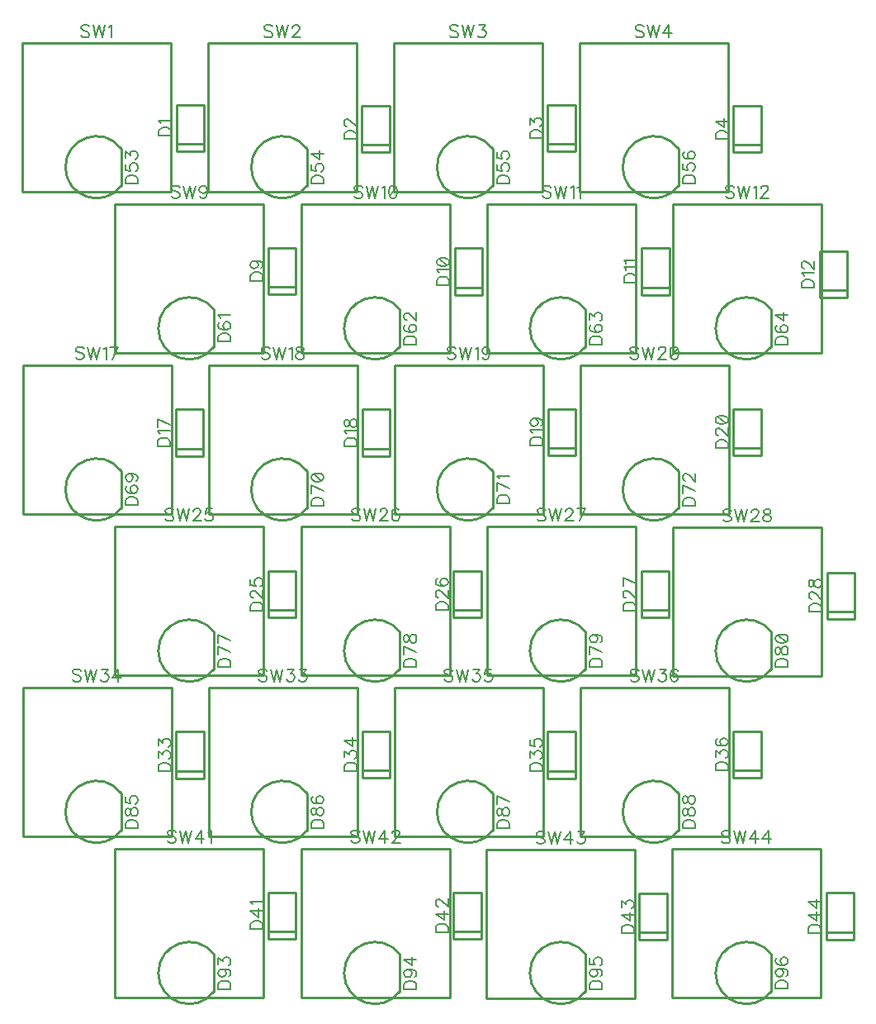
<source format=gto>
G04 DipTrace 2.1.9.3*
%IN6x4r2.GTO.gbr*%
%MOIN*%
%ADD10C,0.0098*%
%ADD40C,0.0077*%
%FSLAX44Y44*%
%SFA1B1*%
%OFA0B0*%
G04*
G70*
G90*
G75*
G01*
%LNTopSilk*%
%LPD*%
X250Y38750D2*
D10*
Y32750D1*
X6250D1*
Y38750D1*
X250D1*
X7750D2*
Y32750D1*
X13750D1*
Y38750D1*
X7750D1*
X15250D2*
Y32750D1*
X21250D1*
Y38750D1*
X15250D1*
X22750D2*
Y32750D1*
X28750D1*
Y38750D1*
X22750D1*
X7601Y34379D2*
X6499D1*
Y34399D2*
Y36251D1*
X7601Y34678D2*
X6499D1*
X7601Y36251D2*
X6499D1*
X7601Y34399D2*
Y36251D1*
X15076Y34354D2*
X13974D1*
Y34374D2*
Y36226D1*
X15076Y34653D2*
X13974D1*
X15076Y36226D2*
X13974D1*
X15076Y34374D2*
Y36226D1*
X22576Y34379D2*
X21474D1*
Y34399D2*
Y36251D1*
X22576Y34678D2*
X21474D1*
X22576Y36251D2*
X21474D1*
X22576Y34399D2*
Y36251D1*
X30076Y34354D2*
X28974D1*
Y34374D2*
Y36226D1*
X30076Y34653D2*
X28974D1*
X30076Y36226D2*
X28974D1*
X30076Y34374D2*
Y36226D1*
X4000Y32275D2*
Y26275D1*
X10000D1*
Y32275D1*
X4000D1*
X11525D2*
Y26275D1*
X17525D1*
Y32275D1*
X11525D1*
X19025D2*
Y26275D1*
X25025D1*
Y32275D1*
X19025D1*
X26525D2*
Y26275D1*
X32525D1*
Y32275D1*
X26525D1*
X11301Y28629D2*
X10199D1*
Y28649D2*
Y30501D1*
X11301Y28928D2*
X10199D1*
X11301Y30501D2*
X10199D1*
X11301Y28649D2*
Y30501D1*
X18826Y28604D2*
X17724D1*
Y28624D2*
Y30476D1*
X18826Y28903D2*
X17724D1*
X18826Y30476D2*
X17724D1*
X18826Y28624D2*
Y30476D1*
X26376Y28604D2*
X25274D1*
Y28624D2*
Y30476D1*
X26376Y28903D2*
X25274D1*
X26376Y30476D2*
X25274D1*
X26376Y28624D2*
Y30476D1*
X33551Y28479D2*
X32449D1*
Y28499D2*
Y30351D1*
X33551Y28778D2*
X32449D1*
X33551Y30351D2*
X32449D1*
X33551Y28499D2*
Y30351D1*
X275Y25775D2*
Y19775D1*
X6275D1*
Y25775D1*
X275D1*
X7775D2*
Y19775D1*
X13775D1*
Y25775D1*
X7775D1*
X15275D2*
Y19775D1*
X21275D1*
Y25775D1*
X15275D1*
X22775D2*
Y19775D1*
X28775D1*
Y25775D1*
X22775D1*
X7551Y22104D2*
X6449D1*
Y22124D2*
Y23976D1*
X7551Y22403D2*
X6449D1*
X7551Y23976D2*
X6449D1*
X7551Y22124D2*
Y23976D1*
X15101Y22104D2*
X13999D1*
Y22124D2*
Y23976D1*
X15101Y22403D2*
X13999D1*
X15101Y23976D2*
X13999D1*
X15101Y22124D2*
Y23976D1*
X22601Y22129D2*
X21499D1*
Y22149D2*
Y24001D1*
X22601Y22428D2*
X21499D1*
X22601Y24001D2*
X21499D1*
X22601Y22149D2*
Y24001D1*
X30076Y22129D2*
X28974D1*
Y22149D2*
Y24001D1*
X30076Y22428D2*
X28974D1*
X30076Y24001D2*
X28974D1*
X30076Y22149D2*
Y24001D1*
X4000Y19250D2*
Y13250D1*
X10000D1*
Y19250D1*
X4000D1*
X11525D2*
Y13250D1*
X17525D1*
Y19250D1*
X11525D1*
X19025D2*
Y13250D1*
X25025D1*
Y19250D1*
X19025D1*
X26525Y19225D2*
Y13225D1*
X32525D1*
Y19225D1*
X26525D1*
X11301Y15579D2*
X10199D1*
Y15599D2*
Y17451D1*
X11301Y15878D2*
X10199D1*
X11301Y17451D2*
X10199D1*
X11301Y15599D2*
Y17451D1*
X18776Y15579D2*
X17674D1*
Y15599D2*
Y17451D1*
X18776Y15878D2*
X17674D1*
X18776Y17451D2*
X17674D1*
X18776Y15599D2*
Y17451D1*
X26351Y15579D2*
X25249D1*
Y15599D2*
Y17451D1*
X26351Y15878D2*
X25249D1*
X26351Y17451D2*
X25249D1*
X26351Y15599D2*
Y17451D1*
X33851Y15529D2*
X32749D1*
Y15549D2*
Y17401D1*
X33851Y15828D2*
X32749D1*
X33851Y17401D2*
X32749D1*
X33851Y15549D2*
Y17401D1*
X275Y12775D2*
Y6775D1*
X6275D1*
Y12775D1*
X275D1*
X7775D2*
Y6775D1*
X13775D1*
Y12775D1*
X7775D1*
X15275D2*
Y6775D1*
X21275D1*
Y12775D1*
X15275D1*
X22775D2*
Y6775D1*
X28775D1*
Y12775D1*
X22775D1*
X7576Y9104D2*
X6474D1*
Y9124D2*
Y10976D1*
X7576Y9403D2*
X6474D1*
X7576Y10976D2*
X6474D1*
X7576Y9124D2*
Y10976D1*
X15101Y9129D2*
X13999D1*
Y9149D2*
Y11001D1*
X15101Y9428D2*
X13999D1*
X15101Y11001D2*
X13999D1*
X15101Y9149D2*
Y11001D1*
X22576Y9104D2*
X21474D1*
Y9124D2*
Y10976D1*
X22576Y9403D2*
X21474D1*
X22576Y10976D2*
X21474D1*
X22576Y9124D2*
Y10976D1*
X30076Y9129D2*
X28974D1*
Y9149D2*
Y11001D1*
X30076Y9428D2*
X28974D1*
X30076Y11001D2*
X28974D1*
X30076Y9149D2*
Y11001D1*
X4000Y6275D2*
Y275D1*
X10000D1*
Y6275D1*
X4000D1*
X11525D2*
Y275D1*
X17525D1*
Y6275D1*
X11525D1*
X19000Y6225D2*
Y225D1*
X25000D1*
Y6225D1*
X19000D1*
X26500Y6250D2*
Y250D1*
X32500D1*
Y6250D1*
X26500D1*
X11301Y2629D2*
X10199D1*
Y2649D2*
Y4501D1*
X11301Y2928D2*
X10199D1*
X11301Y4501D2*
X10199D1*
X11301Y2649D2*
Y4501D1*
X18776Y2629D2*
X17674D1*
Y2649D2*
Y4501D1*
X18776Y2928D2*
X17674D1*
X18776Y4501D2*
X17674D1*
X18776Y2649D2*
Y4501D1*
X26276Y2579D2*
X25174D1*
Y2599D2*
Y4451D1*
X26276Y2878D2*
X25174D1*
X26276Y4451D2*
X25174D1*
X26276Y2599D2*
Y4451D1*
X33826Y2604D2*
X32724D1*
Y2624D2*
Y4476D1*
X33826Y2903D2*
X32724D1*
X33826Y4476D2*
X32724D1*
X33826Y2624D2*
Y4476D1*
X4250Y34499D2*
Y33001D1*
X4248Y34502D2*
G03X4248Y32998I-998J-752D01*
G01*
X11750Y34499D2*
Y33001D1*
X11748Y34502D2*
G03X11748Y32998I-998J-752D01*
G01*
X19250Y34499D2*
Y33001D1*
X19248Y34502D2*
G03X19248Y32998I-998J-752D01*
G01*
X26750Y34499D2*
Y33001D1*
X26748Y34502D2*
G03X26748Y32998I-998J-752D01*
G01*
X8000Y27999D2*
Y26501D1*
X7998Y28002D2*
G03X7998Y26498I-998J-752D01*
G01*
X15500Y27999D2*
Y26501D1*
X15498Y28002D2*
G03X15498Y26498I-998J-752D01*
G01*
X23000Y27999D2*
Y26501D1*
X22998Y28002D2*
G03X22998Y26498I-998J-752D01*
G01*
X30500Y27999D2*
Y26501D1*
X30498Y28002D2*
G03X30498Y26498I-998J-752D01*
G01*
X4250Y21499D2*
Y20001D1*
X4248Y21502D2*
G03X4248Y19998I-998J-752D01*
G01*
X11750Y21499D2*
Y20001D1*
X11748Y21502D2*
G03X11748Y19998I-998J-752D01*
G01*
X19250Y21499D2*
Y20001D1*
X19248Y21502D2*
G03X19248Y19998I-998J-752D01*
G01*
X26750Y21499D2*
Y20001D1*
X26748Y21502D2*
G03X26748Y19998I-998J-752D01*
G01*
X8000Y14999D2*
Y13501D1*
X7998Y15002D2*
G03X7998Y13498I-998J-752D01*
G01*
X15500Y14999D2*
Y13501D1*
X15498Y15002D2*
G03X15498Y13498I-998J-752D01*
G01*
X23000Y14999D2*
Y13501D1*
X22998Y15002D2*
G03X22998Y13498I-998J-752D01*
G01*
X30500Y14999D2*
Y13501D1*
X30498Y15002D2*
G03X30498Y13498I-998J-752D01*
G01*
X4250Y8499D2*
Y7001D1*
X4248Y8502D2*
G03X4248Y6998I-998J-752D01*
G01*
X11750Y8499D2*
Y7001D1*
X11748Y8502D2*
G03X11748Y6998I-998J-752D01*
G01*
X19250Y8499D2*
Y7001D1*
X19248Y8502D2*
G03X19248Y6998I-998J-752D01*
G01*
X26750Y8499D2*
Y7001D1*
X26748Y8502D2*
G03X26748Y6998I-998J-752D01*
G01*
X8000Y1999D2*
Y501D1*
X7998Y2002D2*
G03X7998Y498I-998J-752D01*
G01*
X15500Y1999D2*
Y501D1*
X15498Y2002D2*
G03X15498Y498I-998J-752D01*
G01*
X23000Y1999D2*
Y501D1*
X22998Y2002D2*
G03X22998Y498I-998J-752D01*
G01*
X30500Y1999D2*
Y501D1*
X30498Y2002D2*
G03X30498Y498I-998J-752D01*
G01*
X2964Y39410D2*
D40*
X2916Y39458D1*
D2*
X2844Y39482D1*
D2*
X2749D1*
D2*
X2677Y39458D1*
D2*
X2629Y39410D1*
D2*
Y39363D1*
D2*
X2653Y39315D1*
D2*
X2677Y39291D1*
D2*
X2724Y39267D1*
D2*
X2868Y39219D1*
D2*
X2916Y39195D1*
D2*
X2940Y39171D1*
D2*
X2964Y39124D1*
D2*
Y39052D1*
D2*
X2916Y39004D1*
D2*
X2844Y38980D1*
D2*
X2749D1*
D2*
X2677Y39004D1*
D2*
X2629Y39052D1*
X3118Y39482D2*
X3238Y38980D1*
D2*
X3357Y39482D1*
D2*
X3477Y38980D1*
D2*
X3597Y39482D1*
X3751Y39386D2*
X3799Y39410D1*
D2*
X3871Y39482D1*
D2*
Y38980D1*
X10356Y39410D2*
X10309Y39458D1*
D2*
X10237Y39482D1*
D2*
X10141D1*
D2*
X10069Y39458D1*
D2*
X10021Y39410D1*
D2*
Y39363D1*
D2*
X10046Y39315D1*
D2*
X10069Y39291D1*
D2*
X10117Y39267D1*
D2*
X10261Y39219D1*
D2*
X10309Y39195D1*
D2*
X10333Y39171D1*
D2*
X10356Y39124D1*
D2*
Y39052D1*
D2*
X10309Y39004D1*
D2*
X10237Y38980D1*
D2*
X10141D1*
D2*
X10069Y39004D1*
D2*
X10021Y39052D1*
X10511Y39482D2*
X10631Y38980D1*
D2*
X10750Y39482D1*
D2*
X10869Y38980D1*
D2*
X10989Y39482D1*
X11168Y39362D2*
Y39386D1*
D2*
X11192Y39434D1*
D2*
X11216Y39458D1*
D2*
X11264Y39482D1*
D2*
X11359D1*
D2*
X11407Y39458D1*
D2*
X11431Y39434D1*
D2*
X11455Y39386D1*
D2*
Y39339D1*
D2*
X11431Y39290D1*
D2*
X11383Y39219D1*
D2*
X11144Y38980D1*
D2*
X11479D1*
X17856Y39410D2*
X17809Y39458D1*
D2*
X17737Y39482D1*
D2*
X17641D1*
D2*
X17569Y39458D1*
D2*
X17521Y39410D1*
D2*
Y39363D1*
D2*
X17546Y39315D1*
D2*
X17569Y39291D1*
D2*
X17617Y39267D1*
D2*
X17761Y39219D1*
D2*
X17809Y39195D1*
D2*
X17833Y39171D1*
D2*
X17856Y39124D1*
D2*
Y39052D1*
D2*
X17809Y39004D1*
D2*
X17737Y38980D1*
D2*
X17641D1*
D2*
X17569Y39004D1*
D2*
X17521Y39052D1*
X18011Y39482D2*
X18131Y38980D1*
D2*
X18250Y39482D1*
D2*
X18369Y38980D1*
D2*
X18489Y39482D1*
X18692D2*
X18954D1*
D2*
X18811Y39290D1*
D2*
X18883D1*
D2*
X18931Y39267D1*
D2*
X18954Y39243D1*
D2*
X18979Y39171D1*
D2*
Y39124D1*
D2*
X18954Y39052D1*
D2*
X18907Y39004D1*
D2*
X18835Y38980D1*
D2*
X18763D1*
D2*
X18692Y39004D1*
D2*
X18668Y39028D1*
D2*
X18644Y39075D1*
X25344Y39410D2*
X25297Y39458D1*
D2*
X25225Y39482D1*
D2*
X25129D1*
D2*
X25058Y39458D1*
D2*
X25009Y39410D1*
D2*
Y39363D1*
D2*
X25034Y39315D1*
D2*
X25058Y39291D1*
D2*
X25105Y39267D1*
D2*
X25249Y39219D1*
D2*
X25297Y39195D1*
D2*
X25321Y39171D1*
D2*
X25344Y39124D1*
D2*
Y39052D1*
D2*
X25297Y39004D1*
D2*
X25225Y38980D1*
D2*
X25129D1*
D2*
X25058Y39004D1*
D2*
X25009Y39052D1*
X25499Y39482D2*
X25619Y38980D1*
D2*
X25738Y39482D1*
D2*
X25857Y38980D1*
D2*
X25977Y39482D1*
X26371Y38980D2*
Y39482D1*
D2*
X26132Y39147D1*
D2*
X26491D1*
X5767Y35021D2*
X6269D1*
D2*
Y35188D1*
D2*
X6245Y35260D1*
D2*
X6197Y35308D1*
D2*
X6149Y35332D1*
D2*
X6078Y35356D1*
D2*
X5958D1*
D2*
X5886Y35332D1*
D2*
X5838Y35308D1*
D2*
X5790Y35260D1*
D2*
X5767Y35188D1*
D2*
Y35021D1*
X5863Y35510D2*
X5838Y35558D1*
D2*
X5767Y35630D1*
D2*
X6269D1*
X13242Y34888D2*
X13744D1*
D2*
Y35056D1*
D2*
X13720Y35127D1*
D2*
X13672Y35175D1*
D2*
X13624Y35199D1*
D2*
X13553Y35223D1*
D2*
X13433D1*
D2*
X13361Y35199D1*
D2*
X13313Y35175D1*
D2*
X13265Y35127D1*
D2*
X13242Y35056D1*
D2*
Y34888D1*
X13362Y35402D2*
X13338D1*
D2*
X13290Y35425D1*
D2*
X13266Y35449D1*
D2*
X13242Y35497D1*
D2*
Y35593D1*
D2*
X13266Y35640D1*
D2*
X13290Y35664D1*
D2*
X13338Y35689D1*
D2*
X13385D1*
D2*
X13433Y35664D1*
D2*
X13505Y35617D1*
D2*
X13744Y35377D1*
D2*
Y35712D1*
X20742Y34913D2*
X21244D1*
D2*
Y35081D1*
D2*
X21220Y35152D1*
D2*
X21172Y35200D1*
D2*
X21124Y35224D1*
D2*
X21053Y35248D1*
D2*
X20933D1*
D2*
X20861Y35224D1*
D2*
X20813Y35200D1*
D2*
X20765Y35152D1*
D2*
X20742Y35081D1*
D2*
Y34913D1*
Y35450D2*
Y35713D1*
D2*
X20933Y35570D1*
D2*
Y35642D1*
D2*
X20957Y35689D1*
D2*
X20981Y35713D1*
D2*
X21053Y35737D1*
D2*
X21100D1*
D2*
X21172Y35713D1*
D2*
X21220Y35665D1*
D2*
X21244Y35594D1*
D2*
Y35522D1*
D2*
X21220Y35450D1*
D2*
X21196Y35427D1*
D2*
X21148Y35402D1*
X28242Y34876D2*
X28744D1*
D2*
Y35044D1*
D2*
X28720Y35116D1*
D2*
X28672Y35164D1*
D2*
X28624Y35187D1*
D2*
X28553Y35211D1*
D2*
X28433D1*
D2*
X28361Y35187D1*
D2*
X28313Y35164D1*
D2*
X28265Y35116D1*
D2*
X28242Y35044D1*
D2*
Y34876D1*
X28744Y35605D2*
X28242D1*
D2*
X28577Y35366D1*
D2*
Y35724D1*
X6618Y32935D2*
X6571Y32983D1*
D2*
X6499Y33007D1*
D2*
X6403D1*
D2*
X6331Y32983D1*
D2*
X6283Y32935D1*
D2*
Y32888D1*
D2*
X6308Y32840D1*
D2*
X6331Y32816D1*
D2*
X6379Y32792D1*
D2*
X6523Y32744D1*
D2*
X6571Y32720D1*
D2*
X6594Y32696D1*
D2*
X6618Y32649D1*
D2*
Y32577D1*
D2*
X6571Y32529D1*
D2*
X6499Y32505D1*
D2*
X6403D1*
D2*
X6331Y32529D1*
D2*
X6283Y32577D1*
X6773Y33007D2*
X6893Y32505D1*
D2*
X7012Y33007D1*
D2*
X7131Y32505D1*
D2*
X7251Y33007D1*
X7717Y32840D2*
X7692Y32768D1*
D2*
X7645Y32720D1*
D2*
X7573Y32696D1*
D2*
X7549D1*
D2*
X7477Y32720D1*
D2*
X7430Y32768D1*
D2*
X7406Y32840D1*
D2*
Y32864D1*
D2*
X7430Y32935D1*
D2*
X7477Y32983D1*
D2*
X7549Y33007D1*
D2*
X7573D1*
D2*
X7645Y32983D1*
D2*
X7692Y32935D1*
D2*
X7717Y32840D1*
D2*
Y32720D1*
D2*
X7692Y32600D1*
D2*
X7645Y32529D1*
D2*
X7573Y32505D1*
D2*
X7526D1*
D2*
X7454Y32529D1*
D2*
X7430Y32577D1*
X13994Y32935D2*
X13947Y32983D1*
D2*
X13875Y33007D1*
D2*
X13779D1*
D2*
X13707Y32983D1*
D2*
X13659Y32935D1*
D2*
Y32888D1*
D2*
X13684Y32840D1*
D2*
X13707Y32816D1*
D2*
X13755Y32792D1*
D2*
X13899Y32744D1*
D2*
X13947Y32720D1*
D2*
X13970Y32696D1*
D2*
X13994Y32649D1*
D2*
Y32577D1*
D2*
X13947Y32529D1*
D2*
X13875Y32505D1*
D2*
X13779D1*
D2*
X13707Y32529D1*
D2*
X13659Y32577D1*
X14149Y33007D2*
X14268Y32505D1*
D2*
X14388Y33007D1*
D2*
X14507Y32505D1*
D2*
X14627Y33007D1*
X14782Y32911D2*
X14830Y32935D1*
D2*
X14901Y33007D1*
D2*
Y32505D1*
X15200Y33007D2*
X15128Y32983D1*
D2*
X15080Y32911D1*
D2*
X15056Y32792D1*
D2*
Y32720D1*
D2*
X15080Y32600D1*
D2*
X15128Y32529D1*
D2*
X15200Y32505D1*
D2*
X15247D1*
D2*
X15319Y32529D1*
D2*
X15366Y32600D1*
D2*
X15391Y32720D1*
D2*
Y32792D1*
D2*
X15366Y32911D1*
D2*
X15319Y32983D1*
D2*
X15247Y33007D1*
D2*
X15200D1*
X15366Y32911D2*
X15080Y32600D1*
X21602Y32935D2*
X21554Y32983D1*
D2*
X21482Y33007D1*
D2*
X21387D1*
D2*
X21315Y32983D1*
D2*
X21267Y32935D1*
D2*
Y32888D1*
D2*
X21291Y32840D1*
D2*
X21315Y32816D1*
D2*
X21362Y32792D1*
D2*
X21506Y32744D1*
D2*
X21554Y32720D1*
D2*
X21578Y32696D1*
D2*
X21602Y32649D1*
D2*
Y32577D1*
D2*
X21554Y32529D1*
D2*
X21482Y32505D1*
D2*
X21387D1*
D2*
X21315Y32529D1*
D2*
X21267Y32577D1*
X21756Y33007D2*
X21876Y32505D1*
D2*
X21995Y33007D1*
D2*
X22115Y32505D1*
D2*
X22235Y33007D1*
X22389Y32911D2*
X22437Y32935D1*
D2*
X22509Y33007D1*
D2*
Y32505D1*
X22663Y32911D2*
X22711Y32935D1*
D2*
X22783Y33007D1*
D2*
Y32505D1*
X28994Y32935D2*
X28947Y32983D1*
D2*
X28875Y33007D1*
D2*
X28779D1*
D2*
X28707Y32983D1*
D2*
X28659Y32935D1*
D2*
Y32888D1*
D2*
X28684Y32840D1*
D2*
X28707Y32816D1*
D2*
X28755Y32792D1*
D2*
X28899Y32744D1*
D2*
X28947Y32720D1*
D2*
X28970Y32696D1*
D2*
X28994Y32649D1*
D2*
Y32577D1*
D2*
X28947Y32529D1*
D2*
X28875Y32505D1*
D2*
X28779D1*
D2*
X28707Y32529D1*
D2*
X28659Y32577D1*
X29149Y33007D2*
X29268Y32505D1*
D2*
X29388Y33007D1*
D2*
X29507Y32505D1*
D2*
X29627Y33007D1*
X29782Y32911D2*
X29830Y32935D1*
D2*
X29901Y33007D1*
D2*
Y32505D1*
X30080Y32887D2*
Y32911D1*
D2*
X30104Y32959D1*
D2*
X30128Y32983D1*
D2*
X30176Y33007D1*
D2*
X30271D1*
D2*
X30319Y32983D1*
D2*
X30343Y32959D1*
D2*
X30367Y32911D1*
D2*
Y32864D1*
D2*
X30343Y32815D1*
D2*
X30295Y32744D1*
D2*
X30056Y32505D1*
D2*
X30391D1*
X9467Y29175D2*
X9969D1*
D2*
Y29342D1*
D2*
X9945Y29414D1*
D2*
X9897Y29462D1*
D2*
X9849Y29486D1*
D2*
X9778Y29510D1*
D2*
X9658D1*
D2*
X9586Y29486D1*
D2*
X9538Y29462D1*
D2*
X9490Y29414D1*
D2*
X9467Y29342D1*
D2*
Y29175D1*
X9634Y29975D2*
X9706Y29951D1*
D2*
X9754Y29904D1*
D2*
X9778Y29832D1*
D2*
Y29808D1*
D2*
X9754Y29736D1*
D2*
X9706Y29689D1*
D2*
X9634Y29664D1*
D2*
X9610D1*
D2*
X9538Y29689D1*
D2*
X9491Y29736D1*
D2*
X9467Y29808D1*
D2*
Y29832D1*
D2*
X9491Y29904D1*
D2*
X9538Y29951D1*
D2*
X9634Y29975D1*
D2*
X9754D1*
D2*
X9873Y29951D1*
D2*
X9945Y29904D1*
D2*
X9969Y29832D1*
D2*
Y29784D1*
D2*
X9945Y29712D1*
D2*
X9897Y29689D1*
X16992Y29001D2*
X17494D1*
D2*
Y29168D1*
D2*
X17470Y29240D1*
D2*
X17422Y29288D1*
D2*
X17374Y29312D1*
D2*
X17303Y29336D1*
D2*
X17183D1*
D2*
X17111Y29312D1*
D2*
X17063Y29288D1*
D2*
X17015Y29240D1*
D2*
X16992Y29168D1*
D2*
Y29001D1*
X17088Y29490D2*
X17063Y29538D1*
D2*
X16992Y29610D1*
D2*
X17494D1*
X16992Y29908D2*
X17016Y29836D1*
D2*
X17088Y29788D1*
D2*
X17207Y29765D1*
D2*
X17279D1*
D2*
X17398Y29788D1*
D2*
X17470Y29836D1*
D2*
X17494Y29908D1*
D2*
Y29956D1*
D2*
X17470Y30028D1*
D2*
X17398Y30075D1*
D2*
X17279Y30099D1*
D2*
X17207D1*
D2*
X17088Y30075D1*
D2*
X17016Y30028D1*
D2*
X16992Y29956D1*
D2*
Y29908D1*
X17088Y30075D2*
X17398Y29788D1*
X24542Y29108D2*
X25044D1*
D2*
Y29276D1*
D2*
X25020Y29348D1*
D2*
X24972Y29396D1*
D2*
X24924Y29420D1*
D2*
X24853Y29443D1*
D2*
X24733D1*
D2*
X24661Y29420D1*
D2*
X24613Y29396D1*
D2*
X24565Y29348D1*
D2*
X24542Y29276D1*
D2*
Y29108D1*
X24638Y29598D2*
X24613Y29646D1*
D2*
X24542Y29718D1*
D2*
X25044D1*
X24638Y29872D2*
X24613Y29920D1*
D2*
X24542Y29992D1*
D2*
X25044D1*
X31717Y28876D2*
X32219D1*
D2*
Y29043D1*
D2*
X32195Y29115D1*
D2*
X32147Y29163D1*
D2*
X32099Y29187D1*
D2*
X32028Y29211D1*
D2*
X31908D1*
D2*
X31836Y29187D1*
D2*
X31788Y29163D1*
D2*
X31740Y29115D1*
D2*
X31717Y29043D1*
D2*
Y28876D1*
X31813Y29365D2*
X31788Y29413D1*
D2*
X31717Y29485D1*
D2*
X32219D1*
X31837Y29664D2*
X31813D1*
D2*
X31765Y29688D1*
D2*
X31741Y29711D1*
D2*
X31717Y29759D1*
D2*
Y29855D1*
D2*
X31741Y29903D1*
D2*
X31765Y29926D1*
D2*
X31813Y29951D1*
D2*
X31860D1*
D2*
X31908Y29926D1*
D2*
X31980Y29879D1*
D2*
X32219Y29640D1*
D2*
Y29974D1*
X2744Y26435D2*
X2697Y26483D1*
D2*
X2625Y26507D1*
D2*
X2529D1*
D2*
X2457Y26483D1*
D2*
X2409Y26435D1*
D2*
Y26388D1*
D2*
X2434Y26340D1*
D2*
X2457Y26316D1*
D2*
X2505Y26292D1*
D2*
X2649Y26244D1*
D2*
X2697Y26220D1*
D2*
X2720Y26196D1*
D2*
X2744Y26149D1*
D2*
Y26077D1*
D2*
X2697Y26029D1*
D2*
X2625Y26005D1*
D2*
X2529D1*
D2*
X2457Y26029D1*
D2*
X2409Y26077D1*
X2899Y26507D2*
X3018Y26005D1*
D2*
X3138Y26507D1*
D2*
X3257Y26005D1*
D2*
X3377Y26507D1*
X3532Y26411D2*
X3580Y26435D1*
D2*
X3651Y26507D1*
D2*
Y26005D1*
X3901D2*
X4141Y26507D1*
D2*
X3806D1*
X10244Y26435D2*
X10197Y26483D1*
D2*
X10125Y26507D1*
D2*
X10029D1*
D2*
X9958Y26483D1*
D2*
X9909Y26435D1*
D2*
Y26388D1*
D2*
X9934Y26340D1*
D2*
X9958Y26316D1*
D2*
X10005Y26292D1*
D2*
X10149Y26244D1*
D2*
X10197Y26220D1*
D2*
X10221Y26196D1*
D2*
X10244Y26149D1*
D2*
Y26077D1*
D2*
X10197Y26029D1*
D2*
X10125Y26005D1*
D2*
X10029D1*
D2*
X9958Y26029D1*
D2*
X9909Y26077D1*
X10399Y26507D2*
X10519Y26005D1*
D2*
X10638Y26507D1*
D2*
X10757Y26005D1*
D2*
X10877Y26507D1*
X11032Y26411D2*
X11080Y26435D1*
D2*
X11152Y26507D1*
D2*
Y26005D1*
X11426Y26507D2*
X11354Y26483D1*
D2*
X11330Y26435D1*
D2*
Y26387D1*
D2*
X11354Y26340D1*
D2*
X11402Y26315D1*
D2*
X11497Y26292D1*
D2*
X11569Y26268D1*
D2*
X11617Y26220D1*
D2*
X11641Y26172D1*
D2*
Y26100D1*
D2*
X11617Y26053D1*
D2*
X11593Y26029D1*
D2*
X11521Y26005D1*
D2*
X11426D1*
D2*
X11354Y26029D1*
D2*
X11330Y26053D1*
D2*
X11306Y26100D1*
D2*
Y26172D1*
D2*
X11330Y26220D1*
D2*
X11378Y26268D1*
D2*
X11449Y26292D1*
D2*
X11545Y26315D1*
D2*
X11593Y26340D1*
D2*
X11617Y26387D1*
D2*
Y26435D1*
D2*
X11593Y26483D1*
D2*
X11521Y26507D1*
D2*
X11426D1*
X17756Y26435D2*
X17708Y26483D1*
D2*
X17637Y26507D1*
D2*
X17541D1*
D2*
X17469Y26483D1*
D2*
X17421Y26435D1*
D2*
Y26388D1*
D2*
X17445Y26340D1*
D2*
X17469Y26316D1*
D2*
X17517Y26292D1*
D2*
X17660Y26244D1*
D2*
X17708Y26220D1*
D2*
X17732Y26196D1*
D2*
X17756Y26149D1*
D2*
Y26077D1*
D2*
X17708Y26029D1*
D2*
X17637Y26005D1*
D2*
X17541D1*
D2*
X17469Y26029D1*
D2*
X17421Y26077D1*
X17910Y26507D2*
X18030Y26005D1*
D2*
X18150Y26507D1*
D2*
X18269Y26005D1*
D2*
X18389Y26507D1*
X18543Y26411D2*
X18592Y26435D1*
D2*
X18663Y26507D1*
D2*
Y26005D1*
X19129Y26340D2*
X19105Y26268D1*
D2*
X19057Y26220D1*
D2*
X18985Y26196D1*
D2*
X18961D1*
D2*
X18890Y26220D1*
D2*
X18842Y26268D1*
D2*
X18818Y26340D1*
D2*
Y26364D1*
D2*
X18842Y26435D1*
D2*
X18890Y26483D1*
D2*
X18961Y26507D1*
D2*
X18985D1*
D2*
X19057Y26483D1*
D2*
X19105Y26435D1*
D2*
X19129Y26340D1*
D2*
Y26220D1*
D2*
X19105Y26100D1*
D2*
X19057Y26029D1*
D2*
X18985Y26005D1*
D2*
X18938D1*
D2*
X18866Y26029D1*
D2*
X18842Y26077D1*
X25137Y26435D2*
X25089Y26483D1*
D2*
X25017Y26507D1*
D2*
X24922D1*
D2*
X24850Y26483D1*
D2*
X24802Y26435D1*
D2*
Y26388D1*
D2*
X24826Y26340D1*
D2*
X24850Y26316D1*
D2*
X24897Y26292D1*
D2*
X25041Y26244D1*
D2*
X25089Y26220D1*
D2*
X25113Y26196D1*
D2*
X25137Y26149D1*
D2*
Y26077D1*
D2*
X25089Y26029D1*
D2*
X25017Y26005D1*
D2*
X24922D1*
D2*
X24850Y26029D1*
D2*
X24802Y26077D1*
X25291Y26507D2*
X25411Y26005D1*
D2*
X25530Y26507D1*
D2*
X25650Y26005D1*
D2*
X25770Y26507D1*
X25948Y26387D2*
Y26411D1*
D2*
X25972Y26459D1*
D2*
X25996Y26483D1*
D2*
X26044Y26507D1*
D2*
X26140D1*
D2*
X26187Y26483D1*
D2*
X26211Y26459D1*
D2*
X26235Y26411D1*
D2*
Y26364D1*
D2*
X26211Y26315D1*
D2*
X26163Y26244D1*
D2*
X25924Y26005D1*
D2*
X26259D1*
X26557Y26507D2*
X26485Y26483D1*
D2*
X26437Y26411D1*
D2*
X26413Y26292D1*
D2*
Y26220D1*
D2*
X26437Y26100D1*
D2*
X26485Y26029D1*
D2*
X26557Y26005D1*
D2*
X26605D1*
D2*
X26676Y26029D1*
D2*
X26724Y26100D1*
D2*
X26748Y26220D1*
D2*
Y26292D1*
D2*
X26724Y26411D1*
D2*
X26676Y26483D1*
D2*
X26605Y26507D1*
D2*
X26557D1*
X26724Y26411D2*
X26437Y26100D1*
X5717Y22501D2*
X6219D1*
D2*
Y22668D1*
D2*
X6195Y22740D1*
D2*
X6147Y22788D1*
D2*
X6099Y22812D1*
D2*
X6028Y22836D1*
D2*
X5908D1*
D2*
X5836Y22812D1*
D2*
X5788Y22788D1*
D2*
X5740Y22740D1*
D2*
X5717Y22668D1*
D2*
Y22501D1*
X5813Y22990D2*
X5788Y23038D1*
D2*
X5717Y23110D1*
D2*
X6219D1*
Y23360D2*
X5717Y23599D1*
D2*
Y23265D1*
X13267Y22501D2*
X13769D1*
D2*
Y22669D1*
D2*
X13745Y22740D1*
D2*
X13697Y22789D1*
D2*
X13649Y22812D1*
D2*
X13578Y22836D1*
D2*
X13458D1*
D2*
X13386Y22812D1*
D2*
X13338Y22789D1*
D2*
X13290Y22740D1*
D2*
X13267Y22669D1*
D2*
Y22501D1*
X13363Y22991D2*
X13338Y23039D1*
D2*
X13267Y23110D1*
D2*
X13769D1*
X13267Y23384D2*
X13291Y23313D1*
D2*
X13338Y23289D1*
D2*
X13387D1*
D2*
X13434Y23313D1*
D2*
X13458Y23360D1*
D2*
X13482Y23456D1*
D2*
X13506Y23528D1*
D2*
X13554Y23575D1*
D2*
X13602Y23599D1*
D2*
X13673D1*
D2*
X13721Y23575D1*
D2*
X13745Y23552D1*
D2*
X13769Y23480D1*
D2*
Y23384D1*
D2*
X13745Y23313D1*
D2*
X13721Y23289D1*
D2*
X13673Y23265D1*
D2*
X13602D1*
D2*
X13554Y23289D1*
D2*
X13506Y23337D1*
D2*
X13482Y23408D1*
D2*
X13458Y23504D1*
D2*
X13434Y23552D1*
D2*
X13387Y23575D1*
D2*
X13338D1*
D2*
X13291Y23552D1*
D2*
X13267Y23480D1*
D2*
Y23384D1*
X20767Y22538D2*
X21269D1*
D2*
Y22705D1*
D2*
X21245Y22777D1*
D2*
X21197Y22825D1*
D2*
X21149Y22849D1*
D2*
X21078Y22873D1*
D2*
X20958D1*
D2*
X20886Y22849D1*
D2*
X20838Y22825D1*
D2*
X20790Y22777D1*
D2*
X20767Y22705D1*
D2*
Y22538D1*
X20863Y23027D2*
X20838Y23075D1*
D2*
X20767Y23147D1*
D2*
X21269D1*
X20934Y23613D2*
X21006Y23588D1*
D2*
X21054Y23541D1*
D2*
X21078Y23469D1*
D2*
Y23445D1*
D2*
X21054Y23373D1*
D2*
X21006Y23326D1*
D2*
X20934Y23301D1*
D2*
X20910D1*
D2*
X20838Y23326D1*
D2*
X20791Y23373D1*
D2*
X20767Y23445D1*
D2*
Y23469D1*
D2*
X20791Y23541D1*
D2*
X20838Y23588D1*
D2*
X20934Y23613D1*
D2*
X21054D1*
D2*
X21173Y23588D1*
D2*
X21245Y23541D1*
D2*
X21269Y23469D1*
D2*
Y23421D1*
D2*
X21245Y23350D1*
D2*
X21197Y23326D1*
X28242Y22418D2*
X28744D1*
D2*
Y22586D1*
D2*
X28720Y22658D1*
D2*
X28672Y22706D1*
D2*
X28624Y22730D1*
D2*
X28553Y22753D1*
D2*
X28433D1*
D2*
X28361Y22730D1*
D2*
X28313Y22706D1*
D2*
X28265Y22658D1*
D2*
X28242Y22586D1*
D2*
Y22418D1*
X28362Y22932D2*
X28338D1*
D2*
X28290Y22956D1*
D2*
X28266Y22980D1*
D2*
X28242Y23028D1*
D2*
Y23123D1*
D2*
X28266Y23171D1*
D2*
X28290Y23195D1*
D2*
X28338Y23219D1*
D2*
X28385D1*
D2*
X28433Y23195D1*
D2*
X28505Y23147D1*
D2*
X28744Y22908D1*
D2*
Y23243D1*
X28242Y23541D2*
X28266Y23469D1*
D2*
X28338Y23421D1*
D2*
X28457Y23397D1*
D2*
X28529D1*
D2*
X28648Y23421D1*
D2*
X28720Y23469D1*
D2*
X28744Y23541D1*
D2*
Y23588D1*
D2*
X28720Y23660D1*
D2*
X28648Y23708D1*
D2*
X28529Y23732D1*
D2*
X28457D1*
D2*
X28338Y23708D1*
D2*
X28266Y23660D1*
D2*
X28242Y23588D1*
D2*
Y23541D1*
X28338Y23708D2*
X28648Y23421D1*
X6362Y19910D2*
X6314Y19958D1*
D2*
X6242Y19982D1*
D2*
X6147D1*
D2*
X6075Y19958D1*
D2*
X6027Y19910D1*
D2*
Y19863D1*
D2*
X6051Y19815D1*
D2*
X6075Y19791D1*
D2*
X6122Y19767D1*
D2*
X6266Y19719D1*
D2*
X6314Y19695D1*
D2*
X6338Y19671D1*
D2*
X6362Y19624D1*
D2*
Y19552D1*
D2*
X6314Y19504D1*
D2*
X6242Y19480D1*
D2*
X6147D1*
D2*
X6075Y19504D1*
D2*
X6027Y19552D1*
X6516Y19982D2*
X6636Y19480D1*
D2*
X6755Y19982D1*
D2*
X6875Y19480D1*
D2*
X6995Y19982D1*
X7173Y19862D2*
Y19886D1*
D2*
X7197Y19934D1*
D2*
X7221Y19958D1*
D2*
X7269Y19982D1*
D2*
X7365D1*
D2*
X7412Y19958D1*
D2*
X7436Y19934D1*
D2*
X7460Y19886D1*
D2*
Y19839D1*
D2*
X7436Y19790D1*
D2*
X7388Y19719D1*
D2*
X7149Y19480D1*
D2*
X7484D1*
X7925Y19982D2*
X7686D1*
D2*
X7663Y19767D1*
D2*
X7686Y19790D1*
D2*
X7758Y19815D1*
D2*
X7830D1*
D2*
X7901Y19790D1*
D2*
X7950Y19743D1*
D2*
X7973Y19671D1*
D2*
Y19624D1*
D2*
X7950Y19552D1*
D2*
X7901Y19504D1*
D2*
X7830Y19480D1*
D2*
X7758D1*
D2*
X7686Y19504D1*
D2*
X7663Y19528D1*
D2*
X7638Y19575D1*
X13899Y19910D2*
X13851Y19958D1*
D2*
X13779Y19982D1*
D2*
X13684D1*
D2*
X13612Y19958D1*
D2*
X13564Y19910D1*
D2*
Y19863D1*
D2*
X13588Y19815D1*
D2*
X13612Y19791D1*
D2*
X13659Y19767D1*
D2*
X13803Y19719D1*
D2*
X13851Y19695D1*
D2*
X13875Y19671D1*
D2*
X13899Y19624D1*
D2*
Y19552D1*
D2*
X13851Y19504D1*
D2*
X13779Y19480D1*
D2*
X13684D1*
D2*
X13612Y19504D1*
D2*
X13564Y19552D1*
X14053Y19982D2*
X14173Y19480D1*
D2*
X14292Y19982D1*
D2*
X14412Y19480D1*
D2*
X14532Y19982D1*
X14711Y19862D2*
Y19886D1*
D2*
X14734Y19934D1*
D2*
X14758Y19958D1*
D2*
X14806Y19982D1*
D2*
X14902D1*
D2*
X14949Y19958D1*
D2*
X14973Y19934D1*
D2*
X14997Y19886D1*
D2*
Y19839D1*
D2*
X14973Y19790D1*
D2*
X14926Y19719D1*
D2*
X14686Y19480D1*
D2*
X15021D1*
X15462Y19910D2*
X15439Y19958D1*
D2*
X15367Y19982D1*
D2*
X15319D1*
D2*
X15247Y19958D1*
D2*
X15199Y19886D1*
D2*
X15176Y19767D1*
D2*
Y19647D1*
D2*
X15199Y19552D1*
D2*
X15247Y19504D1*
D2*
X15319Y19480D1*
D2*
X15343D1*
D2*
X15414Y19504D1*
D2*
X15462Y19552D1*
D2*
X15486Y19624D1*
D2*
Y19647D1*
D2*
X15462Y19719D1*
D2*
X15414Y19767D1*
D2*
X15343Y19790D1*
D2*
X15319D1*
D2*
X15247Y19767D1*
D2*
X15199Y19719D1*
D2*
X15176Y19647D1*
X21387Y19910D2*
X21339Y19958D1*
D2*
X21267Y19982D1*
D2*
X21172D1*
D2*
X21100Y19958D1*
D2*
X21052Y19910D1*
D2*
Y19863D1*
D2*
X21076Y19815D1*
D2*
X21100Y19791D1*
D2*
X21147Y19767D1*
D2*
X21291Y19719D1*
D2*
X21339Y19695D1*
D2*
X21363Y19671D1*
D2*
X21387Y19624D1*
D2*
Y19552D1*
D2*
X21339Y19504D1*
D2*
X21267Y19480D1*
D2*
X21172D1*
D2*
X21100Y19504D1*
D2*
X21052Y19552D1*
X21541Y19982D2*
X21661Y19480D1*
D2*
X21780Y19982D1*
D2*
X21900Y19480D1*
D2*
X22020Y19982D1*
X22198Y19862D2*
Y19886D1*
D2*
X22222Y19934D1*
D2*
X22246Y19958D1*
D2*
X22294Y19982D1*
D2*
X22390D1*
D2*
X22437Y19958D1*
D2*
X22461Y19934D1*
D2*
X22485Y19886D1*
D2*
Y19839D1*
D2*
X22461Y19790D1*
D2*
X22413Y19719D1*
D2*
X22174Y19480D1*
D2*
X22509D1*
X22759D2*
X22998Y19982D1*
D2*
X22663D1*
X28887Y19885D2*
X28839Y19933D1*
D2*
X28768Y19957D1*
D2*
X28672D1*
D2*
X28600Y19933D1*
D2*
X28552Y19885D1*
D2*
Y19838D1*
D2*
X28576Y19790D1*
D2*
X28600Y19766D1*
D2*
X28648Y19742D1*
D2*
X28791Y19694D1*
D2*
X28839Y19670D1*
D2*
X28863Y19646D1*
D2*
X28887Y19599D1*
D2*
Y19527D1*
D2*
X28839Y19479D1*
D2*
X28768Y19455D1*
D2*
X28672D1*
D2*
X28600Y19479D1*
D2*
X28552Y19527D1*
X29041Y19957D2*
X29161Y19455D1*
D2*
X29281Y19957D1*
D2*
X29400Y19455D1*
D2*
X29520Y19957D1*
X29699Y19837D2*
Y19861D1*
D2*
X29722Y19909D1*
D2*
X29746Y19933D1*
D2*
X29794Y19957D1*
D2*
X29890D1*
D2*
X29937Y19933D1*
D2*
X29961Y19909D1*
D2*
X29985Y19861D1*
D2*
Y19814D1*
D2*
X29961Y19765D1*
D2*
X29914Y19694D1*
D2*
X29674Y19455D1*
D2*
X30009D1*
X30283Y19957D2*
X30212Y19933D1*
D2*
X30187Y19885D1*
D2*
Y19837D1*
D2*
X30212Y19790D1*
D2*
X30259Y19765D1*
D2*
X30355Y19742D1*
D2*
X30427Y19718D1*
D2*
X30474Y19670D1*
D2*
X30498Y19622D1*
D2*
Y19550D1*
D2*
X30474Y19503D1*
D2*
X30450Y19479D1*
D2*
X30379Y19455D1*
D2*
X30283D1*
D2*
X30212Y19479D1*
D2*
X30187Y19503D1*
D2*
X30164Y19550D1*
D2*
Y19622D1*
D2*
X30187Y19670D1*
D2*
X30235Y19718D1*
D2*
X30307Y19742D1*
D2*
X30402Y19765D1*
D2*
X30450Y19790D1*
D2*
X30474Y19837D1*
D2*
Y19885D1*
D2*
X30450Y19933D1*
D2*
X30379Y19957D1*
D2*
X30283D1*
X9467Y15868D2*
X9969D1*
D2*
Y16036D1*
D2*
X9945Y16108D1*
D2*
X9897Y16156D1*
D2*
X9849Y16180D1*
D2*
X9778Y16203D1*
D2*
X9658D1*
D2*
X9586Y16180D1*
D2*
X9538Y16156D1*
D2*
X9490Y16108D1*
D2*
X9467Y16036D1*
D2*
Y15868D1*
X9587Y16382D2*
X9563D1*
D2*
X9515Y16406D1*
D2*
X9491Y16430D1*
D2*
X9467Y16478D1*
D2*
Y16573D1*
D2*
X9491Y16621D1*
D2*
X9515Y16645D1*
D2*
X9563Y16669D1*
D2*
X9610D1*
D2*
X9658Y16645D1*
D2*
X9730Y16597D1*
D2*
X9969Y16358D1*
D2*
Y16693D1*
X9467Y17134D2*
Y16895D1*
D2*
X9682Y16871D1*
D2*
X9658Y16895D1*
D2*
X9634Y16967D1*
D2*
Y17038D1*
D2*
X9658Y17110D1*
D2*
X9706Y17158D1*
D2*
X9778Y17182D1*
D2*
X9825D1*
D2*
X9897Y17158D1*
D2*
X9945Y17110D1*
D2*
X9969Y17038D1*
D2*
Y16967D1*
D2*
X9945Y16895D1*
D2*
X9921Y16871D1*
D2*
X9873Y16847D1*
X16942Y15881D2*
X17444D1*
D2*
Y16048D1*
D2*
X17420Y16120D1*
D2*
X17372Y16168D1*
D2*
X17324Y16192D1*
D2*
X17253Y16215D1*
D2*
X17133D1*
D2*
X17061Y16192D1*
D2*
X17013Y16168D1*
D2*
X16965Y16120D1*
D2*
X16942Y16048D1*
D2*
Y15881D1*
X17062Y16394D2*
X17038D1*
D2*
X16990Y16418D1*
D2*
X16966Y16442D1*
D2*
X16942Y16490D1*
D2*
Y16585D1*
D2*
X16966Y16633D1*
D2*
X16990Y16657D1*
D2*
X17038Y16681D1*
D2*
X17085D1*
D2*
X17133Y16657D1*
D2*
X17205Y16609D1*
D2*
X17444Y16370D1*
D2*
Y16705D1*
X17013Y17146D2*
X16966Y17122D1*
D2*
X16942Y17050D1*
D2*
Y17003D1*
D2*
X16966Y16931D1*
D2*
X17038Y16883D1*
D2*
X17157Y16859D1*
D2*
X17277D1*
D2*
X17372Y16883D1*
D2*
X17420Y16931D1*
D2*
X17444Y17003D1*
D2*
Y17027D1*
D2*
X17420Y17098D1*
D2*
X17372Y17146D1*
D2*
X17300Y17170D1*
D2*
X17277D1*
D2*
X17205Y17146D1*
D2*
X17157Y17098D1*
D2*
X17133Y17027D1*
D2*
Y17003D1*
D2*
X17157Y16931D1*
D2*
X17205Y16883D1*
D2*
X17277Y16859D1*
X24517Y15868D2*
X25019D1*
D2*
Y16036D1*
D2*
X24995Y16108D1*
D2*
X24947Y16156D1*
D2*
X24899Y16180D1*
D2*
X24828Y16203D1*
D2*
X24708D1*
D2*
X24636Y16180D1*
D2*
X24588Y16156D1*
D2*
X24540Y16108D1*
D2*
X24517Y16036D1*
D2*
Y15868D1*
X24637Y16382D2*
X24613D1*
D2*
X24565Y16406D1*
D2*
X24541Y16430D1*
D2*
X24517Y16478D1*
D2*
Y16573D1*
D2*
X24541Y16621D1*
D2*
X24565Y16645D1*
D2*
X24613Y16669D1*
D2*
X24660D1*
D2*
X24708Y16645D1*
D2*
X24780Y16597D1*
D2*
X25019Y16358D1*
D2*
Y16693D1*
Y16943D2*
X24517Y17182D1*
D2*
Y16847D1*
X32017Y15819D2*
X32519D1*
D2*
Y15986D1*
D2*
X32495Y16058D1*
D2*
X32447Y16106D1*
D2*
X32399Y16130D1*
D2*
X32328Y16154D1*
D2*
X32208D1*
D2*
X32136Y16130D1*
D2*
X32088Y16106D1*
D2*
X32040Y16058D1*
D2*
X32017Y15986D1*
D2*
Y15819D1*
X32137Y16332D2*
X32113D1*
D2*
X32065Y16356D1*
D2*
X32041Y16380D1*
D2*
X32017Y16428D1*
D2*
Y16524D1*
D2*
X32041Y16571D1*
D2*
X32065Y16595D1*
D2*
X32113Y16619D1*
D2*
X32160D1*
D2*
X32208Y16595D1*
D2*
X32280Y16547D1*
D2*
X32519Y16308D1*
D2*
Y16643D1*
X32017Y16917D2*
X32041Y16845D1*
D2*
X32088Y16821D1*
D2*
X32137D1*
D2*
X32184Y16845D1*
D2*
X32208Y16893D1*
D2*
X32232Y16989D1*
D2*
X32256Y17060D1*
D2*
X32304Y17108D1*
D2*
X32352Y17132D1*
D2*
X32423D1*
D2*
X32471Y17108D1*
D2*
X32495Y17084D1*
D2*
X32519Y17012D1*
D2*
Y16917D1*
D2*
X32495Y16845D1*
D2*
X32471Y16821D1*
D2*
X32423Y16797D1*
D2*
X32352D1*
D2*
X32304Y16821D1*
D2*
X32256Y16869D1*
D2*
X32232Y16940D1*
D2*
X32208Y17036D1*
D2*
X32184Y17084D1*
D2*
X32137Y17108D1*
D2*
X32088D1*
D2*
X32041Y17084D1*
D2*
X32017Y17012D1*
D2*
Y16917D1*
X2625Y13435D2*
X2577Y13483D1*
D2*
X2505Y13507D1*
D2*
X2410D1*
D2*
X2338Y13483D1*
D2*
X2290Y13435D1*
D2*
Y13388D1*
D2*
X2314Y13340D1*
D2*
X2338Y13316D1*
D2*
X2385Y13292D1*
D2*
X2529Y13244D1*
D2*
X2577Y13220D1*
D2*
X2601Y13196D1*
D2*
X2625Y13149D1*
D2*
Y13077D1*
D2*
X2577Y13029D1*
D2*
X2505Y13005D1*
D2*
X2410D1*
D2*
X2338Y13029D1*
D2*
X2290Y13077D1*
X2779Y13507D2*
X2899Y13005D1*
D2*
X3018Y13507D1*
D2*
X3138Y13005D1*
D2*
X3258Y13507D1*
X3460D2*
X3723D1*
D2*
X3580Y13315D1*
D2*
X3651D1*
D2*
X3699Y13292D1*
D2*
X3723Y13268D1*
D2*
X3747Y13196D1*
D2*
Y13149D1*
D2*
X3723Y13077D1*
D2*
X3675Y13029D1*
D2*
X3603Y13005D1*
D2*
X3532D1*
D2*
X3460Y13029D1*
D2*
X3436Y13053D1*
D2*
X3412Y13100D1*
X4141Y13005D2*
Y13507D1*
D2*
X3901Y13172D1*
D2*
X4260D1*
X10137Y13435D2*
X10089Y13483D1*
D2*
X10017Y13507D1*
D2*
X9922D1*
D2*
X9850Y13483D1*
D2*
X9802Y13435D1*
D2*
Y13388D1*
D2*
X9826Y13340D1*
D2*
X9850Y13316D1*
D2*
X9897Y13292D1*
D2*
X10041Y13244D1*
D2*
X10089Y13220D1*
D2*
X10113Y13196D1*
D2*
X10137Y13149D1*
D2*
Y13077D1*
D2*
X10089Y13029D1*
D2*
X10017Y13005D1*
D2*
X9922D1*
D2*
X9850Y13029D1*
D2*
X9802Y13077D1*
X10291Y13507D2*
X10411Y13005D1*
D2*
X10530Y13507D1*
D2*
X10650Y13005D1*
D2*
X10770Y13507D1*
X10972D2*
X11235D1*
D2*
X11092Y13315D1*
D2*
X11163D1*
D2*
X11211Y13292D1*
D2*
X11235Y13268D1*
D2*
X11259Y13196D1*
D2*
Y13149D1*
D2*
X11235Y13077D1*
D2*
X11187Y13029D1*
D2*
X11115Y13005D1*
D2*
X11043D1*
D2*
X10972Y13029D1*
D2*
X10948Y13053D1*
D2*
X10924Y13100D1*
X11461Y13507D2*
X11724D1*
D2*
X11581Y13315D1*
D2*
X11653D1*
D2*
X11700Y13292D1*
D2*
X11724Y13268D1*
D2*
X11748Y13196D1*
D2*
Y13149D1*
D2*
X11724Y13077D1*
D2*
X11676Y13029D1*
D2*
X11605Y13005D1*
D2*
X11533D1*
D2*
X11461Y13029D1*
D2*
X11438Y13053D1*
D2*
X11413Y13100D1*
X17637Y13435D2*
X17589Y13483D1*
D2*
X17517Y13507D1*
D2*
X17422D1*
D2*
X17350Y13483D1*
D2*
X17302Y13435D1*
D2*
Y13388D1*
D2*
X17326Y13340D1*
D2*
X17350Y13316D1*
D2*
X17397Y13292D1*
D2*
X17541Y13244D1*
D2*
X17589Y13220D1*
D2*
X17613Y13196D1*
D2*
X17637Y13149D1*
D2*
Y13077D1*
D2*
X17589Y13029D1*
D2*
X17517Y13005D1*
D2*
X17422D1*
D2*
X17350Y13029D1*
D2*
X17302Y13077D1*
X17791Y13507D2*
X17911Y13005D1*
D2*
X18030Y13507D1*
D2*
X18150Y13005D1*
D2*
X18270Y13507D1*
X18472D2*
X18735D1*
D2*
X18592Y13315D1*
D2*
X18663D1*
D2*
X18711Y13292D1*
D2*
X18735Y13268D1*
D2*
X18759Y13196D1*
D2*
Y13149D1*
D2*
X18735Y13077D1*
D2*
X18687Y13029D1*
D2*
X18615Y13005D1*
D2*
X18543D1*
D2*
X18472Y13029D1*
D2*
X18448Y13053D1*
D2*
X18424Y13100D1*
X19200Y13507D2*
X18961D1*
D2*
X18938Y13292D1*
D2*
X18961Y13315D1*
D2*
X19033Y13340D1*
D2*
X19105D1*
D2*
X19176Y13315D1*
D2*
X19225Y13268D1*
D2*
X19248Y13196D1*
D2*
Y13149D1*
D2*
X19225Y13077D1*
D2*
X19176Y13029D1*
D2*
X19105Y13005D1*
D2*
X19033D1*
D2*
X18961Y13029D1*
D2*
X18938Y13053D1*
D2*
X18913Y13100D1*
X25149Y13435D2*
X25101Y13483D1*
D2*
X25029Y13507D1*
D2*
X24934D1*
D2*
X24862Y13483D1*
D2*
X24814Y13435D1*
D2*
Y13388D1*
D2*
X24838Y13340D1*
D2*
X24862Y13316D1*
D2*
X24909Y13292D1*
D2*
X25053Y13244D1*
D2*
X25101Y13220D1*
D2*
X25125Y13196D1*
D2*
X25149Y13149D1*
D2*
Y13077D1*
D2*
X25101Y13029D1*
D2*
X25029Y13005D1*
D2*
X24934D1*
D2*
X24862Y13029D1*
D2*
X24814Y13077D1*
X25303Y13507D2*
X25423Y13005D1*
D2*
X25542Y13507D1*
D2*
X25662Y13005D1*
D2*
X25782Y13507D1*
X25984D2*
X26247D1*
D2*
X26104Y13315D1*
D2*
X26176D1*
D2*
X26223Y13292D1*
D2*
X26247Y13268D1*
D2*
X26271Y13196D1*
D2*
Y13149D1*
D2*
X26247Y13077D1*
D2*
X26199Y13029D1*
D2*
X26127Y13005D1*
D2*
X26056D1*
D2*
X25984Y13029D1*
D2*
X25961Y13053D1*
D2*
X25936Y13100D1*
X26712Y13435D2*
X26689Y13483D1*
D2*
X26617Y13507D1*
D2*
X26569D1*
D2*
X26497Y13483D1*
D2*
X26449Y13411D1*
D2*
X26426Y13292D1*
D2*
Y13172D1*
D2*
X26449Y13077D1*
D2*
X26497Y13029D1*
D2*
X26569Y13005D1*
D2*
X26593D1*
D2*
X26664Y13029D1*
D2*
X26712Y13077D1*
D2*
X26736Y13149D1*
D2*
Y13172D1*
D2*
X26712Y13244D1*
D2*
X26664Y13292D1*
D2*
X26593Y13315D1*
D2*
X26569D1*
D2*
X26497Y13292D1*
D2*
X26449Y13244D1*
D2*
X26426Y13172D1*
X5742Y9393D2*
X6244D1*
D2*
Y9561D1*
D2*
X6220Y9633D1*
D2*
X6172Y9681D1*
D2*
X6124Y9705D1*
D2*
X6053Y9728D1*
D2*
X5933D1*
D2*
X5861Y9705D1*
D2*
X5813Y9681D1*
D2*
X5765Y9633D1*
D2*
X5742Y9561D1*
D2*
Y9393D1*
Y9931D2*
Y10193D1*
D2*
X5933Y10050D1*
D2*
Y10122D1*
D2*
X5957Y10170D1*
D2*
X5981Y10193D1*
D2*
X6053Y10218D1*
D2*
X6100D1*
D2*
X6172Y10193D1*
D2*
X6220Y10146D1*
D2*
X6244Y10074D1*
D2*
Y10002D1*
D2*
X6220Y9931D1*
D2*
X6196Y9907D1*
D2*
X6148Y9883D1*
X5742Y10420D2*
Y10683D1*
D2*
X5933Y10540D1*
D2*
Y10611D1*
D2*
X5957Y10659D1*
D2*
X5981Y10683D1*
D2*
X6053Y10707D1*
D2*
X6100D1*
D2*
X6172Y10683D1*
D2*
X6220Y10635D1*
D2*
X6244Y10563D1*
D2*
Y10491D1*
D2*
X6220Y10420D1*
D2*
X6196Y10396D1*
D2*
X6148Y10372D1*
X13267Y9407D2*
X13769D1*
D2*
Y9574D1*
D2*
X13745Y9646D1*
D2*
X13697Y9694D1*
D2*
X13649Y9718D1*
D2*
X13578Y9741D1*
D2*
X13458D1*
D2*
X13386Y9718D1*
D2*
X13338Y9694D1*
D2*
X13290Y9646D1*
D2*
X13267Y9574D1*
D2*
Y9407D1*
Y9944D2*
Y10206D1*
D2*
X13458Y10063D1*
D2*
Y10135D1*
D2*
X13482Y10183D1*
D2*
X13506Y10206D1*
D2*
X13578Y10231D1*
D2*
X13625D1*
D2*
X13697Y10206D1*
D2*
X13745Y10159D1*
D2*
X13769Y10087D1*
D2*
Y10015D1*
D2*
X13745Y9944D1*
D2*
X13721Y9920D1*
D2*
X13673Y9896D1*
X13769Y10624D2*
X13267D1*
D2*
X13602Y10385D1*
D2*
Y10744D1*
X20742Y9393D2*
X21244D1*
D2*
Y9561D1*
D2*
X21220Y9633D1*
D2*
X21172Y9681D1*
D2*
X21124Y9705D1*
D2*
X21053Y9728D1*
D2*
X20933D1*
D2*
X20861Y9705D1*
D2*
X20813Y9681D1*
D2*
X20765Y9633D1*
D2*
X20742Y9561D1*
D2*
Y9393D1*
Y9931D2*
Y10193D1*
D2*
X20933Y10050D1*
D2*
Y10122D1*
D2*
X20957Y10170D1*
D2*
X20981Y10193D1*
D2*
X21053Y10218D1*
D2*
X21100D1*
D2*
X21172Y10193D1*
D2*
X21220Y10146D1*
D2*
X21244Y10074D1*
D2*
Y10002D1*
D2*
X21220Y9931D1*
D2*
X21196Y9907D1*
D2*
X21148Y9883D1*
X20742Y10659D2*
Y10420D1*
D2*
X20957Y10396D1*
D2*
X20933Y10420D1*
D2*
X20909Y10492D1*
D2*
Y10563D1*
D2*
X20933Y10635D1*
D2*
X20981Y10683D1*
D2*
X21053Y10707D1*
D2*
X21100D1*
D2*
X21172Y10683D1*
D2*
X21220Y10635D1*
D2*
X21244Y10563D1*
D2*
Y10492D1*
D2*
X21220Y10420D1*
D2*
X21196Y10396D1*
D2*
X21148Y10372D1*
X28242Y9431D2*
X28744D1*
D2*
Y9598D1*
D2*
X28720Y9670D1*
D2*
X28672Y9718D1*
D2*
X28624Y9742D1*
D2*
X28553Y9765D1*
D2*
X28433D1*
D2*
X28361Y9742D1*
D2*
X28313Y9718D1*
D2*
X28265Y9670D1*
D2*
X28242Y9598D1*
D2*
Y9431D1*
Y9968D2*
Y10231D1*
D2*
X28433Y10087D1*
D2*
Y10159D1*
D2*
X28457Y10207D1*
D2*
X28481Y10231D1*
D2*
X28553Y10255D1*
D2*
X28600D1*
D2*
X28672Y10231D1*
D2*
X28720Y10183D1*
D2*
X28744Y10111D1*
D2*
Y10039D1*
D2*
X28720Y9968D1*
D2*
X28696Y9944D1*
D2*
X28648Y9920D1*
X28313Y10696D2*
X28266Y10672D1*
D2*
X28242Y10600D1*
D2*
Y10553D1*
D2*
X28266Y10481D1*
D2*
X28338Y10433D1*
D2*
X28457Y10409D1*
D2*
X28577D1*
D2*
X28672Y10433D1*
D2*
X28720Y10481D1*
D2*
X28744Y10553D1*
D2*
Y10577D1*
D2*
X28720Y10648D1*
D2*
X28672Y10696D1*
D2*
X28600Y10720D1*
D2*
X28577D1*
D2*
X28505Y10696D1*
D2*
X28457Y10648D1*
D2*
X28433Y10577D1*
D2*
Y10553D1*
D2*
X28457Y10481D1*
D2*
X28505Y10433D1*
D2*
X28577Y10409D1*
X6457Y6935D2*
X6410Y6983D1*
D2*
X6338Y7007D1*
D2*
X6242D1*
D2*
X6170Y6983D1*
D2*
X6122Y6935D1*
D2*
Y6888D1*
D2*
X6147Y6840D1*
D2*
X6170Y6816D1*
D2*
X6218Y6792D1*
D2*
X6362Y6744D1*
D2*
X6410Y6720D1*
D2*
X6433Y6696D1*
D2*
X6457Y6649D1*
D2*
Y6577D1*
D2*
X6410Y6529D1*
D2*
X6338Y6505D1*
D2*
X6242D1*
D2*
X6170Y6529D1*
D2*
X6122Y6577D1*
X6612Y7007D2*
X6732Y6505D1*
D2*
X6851Y7007D1*
D2*
X6970Y6505D1*
D2*
X7090Y7007D1*
X7484Y6505D2*
Y7007D1*
D2*
X7245Y6672D1*
D2*
X7603D1*
X7758Y6911D2*
X7806Y6935D1*
D2*
X7878Y7007D1*
D2*
Y6505D1*
X13875Y6935D2*
X13827Y6983D1*
D2*
X13755Y7007D1*
D2*
X13660D1*
D2*
X13588Y6983D1*
D2*
X13540Y6935D1*
D2*
Y6888D1*
D2*
X13564Y6840D1*
D2*
X13588Y6816D1*
D2*
X13635Y6792D1*
D2*
X13779Y6744D1*
D2*
X13827Y6720D1*
D2*
X13851Y6696D1*
D2*
X13875Y6649D1*
D2*
Y6577D1*
D2*
X13827Y6529D1*
D2*
X13755Y6505D1*
D2*
X13660D1*
D2*
X13588Y6529D1*
D2*
X13540Y6577D1*
X14029Y7007D2*
X14149Y6505D1*
D2*
X14268Y7007D1*
D2*
X14388Y6505D1*
D2*
X14508Y7007D1*
X14901Y6505D2*
Y7007D1*
D2*
X14662Y6672D1*
D2*
X15021D1*
X15200Y6887D2*
Y6911D1*
D2*
X15223Y6959D1*
D2*
X15247Y6983D1*
D2*
X15295Y7007D1*
D2*
X15391D1*
D2*
X15438Y6983D1*
D2*
X15462Y6959D1*
D2*
X15486Y6911D1*
D2*
Y6864D1*
D2*
X15462Y6815D1*
D2*
X15415Y6744D1*
D2*
X15175Y6505D1*
D2*
X15510D1*
X21350Y6885D2*
X21302Y6933D1*
D2*
X21230Y6957D1*
D2*
X21135D1*
D2*
X21063Y6933D1*
D2*
X21015Y6885D1*
D2*
Y6838D1*
D2*
X21039Y6790D1*
D2*
X21063Y6766D1*
D2*
X21110Y6742D1*
D2*
X21254Y6694D1*
D2*
X21302Y6670D1*
D2*
X21326Y6646D1*
D2*
X21350Y6599D1*
D2*
Y6527D1*
D2*
X21302Y6479D1*
D2*
X21230Y6455D1*
D2*
X21135D1*
D2*
X21063Y6479D1*
D2*
X21015Y6527D1*
X21504Y6957D2*
X21624Y6455D1*
D2*
X21743Y6957D1*
D2*
X21863Y6455D1*
D2*
X21983Y6957D1*
X22376Y6455D2*
Y6957D1*
D2*
X22137Y6622D1*
D2*
X22496D1*
X22698Y6957D2*
X22961D1*
D2*
X22818Y6765D1*
D2*
X22890D1*
D2*
X22937Y6742D1*
D2*
X22961Y6718D1*
D2*
X22985Y6646D1*
D2*
Y6599D1*
D2*
X22961Y6527D1*
D2*
X22913Y6479D1*
D2*
X22841Y6455D1*
D2*
X22770D1*
D2*
X22698Y6479D1*
D2*
X22675Y6503D1*
D2*
X22650Y6550D1*
X28838Y6910D2*
X28790Y6958D1*
D2*
X28718Y6982D1*
D2*
X28623D1*
D2*
X28551Y6958D1*
D2*
X28503Y6910D1*
D2*
Y6863D1*
D2*
X28527Y6815D1*
D2*
X28551Y6791D1*
D2*
X28599Y6767D1*
D2*
X28742Y6719D1*
D2*
X28790Y6695D1*
D2*
X28814Y6671D1*
D2*
X28838Y6624D1*
D2*
Y6552D1*
D2*
X28790Y6504D1*
D2*
X28718Y6480D1*
D2*
X28623D1*
D2*
X28551Y6504D1*
D2*
X28503Y6552D1*
X28992Y6982D2*
X29112Y6480D1*
D2*
X29232Y6982D1*
D2*
X29351Y6480D1*
D2*
X29471Y6982D1*
X29865Y6480D2*
Y6982D1*
D2*
X29625Y6647D1*
D2*
X29984D1*
X30378Y6480D2*
Y6982D1*
D2*
X30138Y6647D1*
D2*
X30497D1*
X9467Y3014D2*
X9969D1*
D2*
Y3181D1*
D2*
X9945Y3253D1*
D2*
X9897Y3301D1*
D2*
X9849Y3325D1*
D2*
X9778Y3349D1*
D2*
X9658D1*
D2*
X9586Y3325D1*
D2*
X9538Y3301D1*
D2*
X9490Y3253D1*
D2*
X9467Y3181D1*
D2*
Y3014D1*
X9969Y3743D2*
X9467D1*
D2*
X9802Y3503D1*
D2*
Y3862D1*
X9563Y4016D2*
X9538Y4065D1*
D2*
X9467Y4136D1*
D2*
X9969D1*
X16942Y2907D2*
X17444D1*
D2*
Y3074D1*
D2*
X17420Y3146D1*
D2*
X17372Y3194D1*
D2*
X17324Y3218D1*
D2*
X17253Y3241D1*
D2*
X17133D1*
D2*
X17061Y3218D1*
D2*
X17013Y3194D1*
D2*
X16965Y3146D1*
D2*
X16942Y3074D1*
D2*
Y2907D1*
X17444Y3635D2*
X16942D1*
D2*
X17277Y3396D1*
D2*
Y3755D1*
X17062Y3933D2*
X17038D1*
D2*
X16990Y3957D1*
D2*
X16966Y3981D1*
D2*
X16942Y4029D1*
D2*
Y4124D1*
D2*
X16966Y4172D1*
D2*
X16990Y4196D1*
D2*
X17038Y4220D1*
D2*
X17085D1*
D2*
X17133Y4196D1*
D2*
X17205Y4148D1*
D2*
X17444Y3909D1*
D2*
Y4244D1*
X24442Y2857D2*
X24944D1*
D2*
Y3024D1*
D2*
X24920Y3096D1*
D2*
X24872Y3144D1*
D2*
X24824Y3168D1*
D2*
X24753Y3191D1*
D2*
X24633D1*
D2*
X24561Y3168D1*
D2*
X24513Y3144D1*
D2*
X24465Y3096D1*
D2*
X24442Y3024D1*
D2*
Y2857D1*
X24944Y3585D2*
X24442D1*
D2*
X24777Y3346D1*
D2*
Y3705D1*
X24442Y3907D2*
Y4170D1*
D2*
X24633Y4026D1*
D2*
Y4098D1*
D2*
X24657Y4146D1*
D2*
X24681Y4170D1*
D2*
X24753Y4194D1*
D2*
X24800D1*
D2*
X24872Y4170D1*
D2*
X24920Y4122D1*
D2*
X24944Y4050D1*
D2*
Y3978D1*
D2*
X24920Y3907D1*
D2*
X24896Y3883D1*
D2*
X24848Y3859D1*
X31992Y2870D2*
X32494D1*
D2*
Y3037D1*
D2*
X32470Y3109D1*
D2*
X32422Y3157D1*
D2*
X32374Y3181D1*
D2*
X32303Y3205D1*
D2*
X32183D1*
D2*
X32111Y3181D1*
D2*
X32063Y3157D1*
D2*
X32015Y3109D1*
D2*
X31992Y3037D1*
D2*
Y2870D1*
X32494Y3598D2*
X31992D1*
D2*
X32327Y3359D1*
D2*
Y3718D1*
X32494Y4111D2*
X31992D1*
D2*
X32327Y3872D1*
D2*
Y4231D1*
X4420Y33093D2*
X4922D1*
D2*
Y33261D1*
D2*
X4898Y33333D1*
D2*
X4850Y33381D1*
D2*
X4802Y33404D1*
D2*
X4731Y33428D1*
D2*
X4611D1*
D2*
X4539Y33404D1*
D2*
X4491Y33381D1*
D2*
X4443Y33333D1*
D2*
X4420Y33261D1*
D2*
Y33093D1*
Y33869D2*
Y33631D1*
D2*
X4635Y33607D1*
D2*
X4611Y33631D1*
D2*
X4587Y33702D1*
D2*
Y33774D1*
D2*
X4611Y33846D1*
D2*
X4659Y33894D1*
D2*
X4731Y33917D1*
D2*
X4778D1*
D2*
X4850Y33894D1*
D2*
X4898Y33846D1*
D2*
X4922Y33774D1*
D2*
Y33702D1*
D2*
X4898Y33631D1*
D2*
X4874Y33607D1*
D2*
X4826Y33583D1*
X4420Y34120D2*
Y34382D1*
D2*
X4611Y34239D1*
D2*
Y34311D1*
D2*
X4635Y34359D1*
D2*
X4659Y34382D1*
D2*
X4731Y34407D1*
D2*
X4778D1*
D2*
X4850Y34382D1*
D2*
X4898Y34335D1*
D2*
X4922Y34263D1*
D2*
Y34191D1*
D2*
X4898Y34120D1*
D2*
X4874Y34096D1*
D2*
X4826Y34072D1*
X11920Y33081D2*
X12422D1*
D2*
Y33249D1*
D2*
X12398Y33321D1*
D2*
X12350Y33369D1*
D2*
X12302Y33392D1*
D2*
X12231Y33416D1*
D2*
X12111D1*
D2*
X12039Y33392D1*
D2*
X11991Y33369D1*
D2*
X11943Y33321D1*
D2*
X11920Y33249D1*
D2*
Y33081D1*
Y33857D2*
Y33619D1*
D2*
X12135Y33595D1*
D2*
X12111Y33619D1*
D2*
X12087Y33691D1*
D2*
Y33762D1*
D2*
X12111Y33834D1*
D2*
X12159Y33882D1*
D2*
X12231Y33906D1*
D2*
X12278D1*
D2*
X12350Y33882D1*
D2*
X12398Y33834D1*
D2*
X12422Y33762D1*
D2*
Y33691D1*
D2*
X12398Y33619D1*
D2*
X12374Y33595D1*
D2*
X12326Y33571D1*
X12422Y34299D2*
X11920D1*
D2*
X12254Y34060D1*
D2*
Y34419D1*
X19420Y33093D2*
X19922D1*
D2*
Y33261D1*
D2*
X19898Y33333D1*
D2*
X19850Y33381D1*
D2*
X19802Y33404D1*
D2*
X19731Y33428D1*
D2*
X19611D1*
D2*
X19539Y33404D1*
D2*
X19491Y33381D1*
D2*
X19443Y33333D1*
D2*
X19420Y33261D1*
D2*
Y33093D1*
Y33869D2*
Y33631D1*
D2*
X19635Y33607D1*
D2*
X19611Y33631D1*
D2*
X19587Y33702D1*
D2*
Y33774D1*
D2*
X19611Y33846D1*
D2*
X19659Y33894D1*
D2*
X19731Y33917D1*
D2*
X19778D1*
D2*
X19850Y33894D1*
D2*
X19898Y33846D1*
D2*
X19922Y33774D1*
D2*
Y33702D1*
D2*
X19898Y33631D1*
D2*
X19874Y33607D1*
D2*
X19826Y33583D1*
X19420Y34359D2*
Y34120D1*
D2*
X19635Y34096D1*
D2*
X19611Y34120D1*
D2*
X19587Y34192D1*
D2*
Y34263D1*
D2*
X19611Y34335D1*
D2*
X19659Y34383D1*
D2*
X19731Y34407D1*
D2*
X19778D1*
D2*
X19850Y34383D1*
D2*
X19898Y34335D1*
D2*
X19922Y34263D1*
D2*
Y34192D1*
D2*
X19898Y34120D1*
D2*
X19874Y34096D1*
D2*
X19826Y34072D1*
X26920Y33105D2*
X27422D1*
D2*
Y33273D1*
D2*
X27398Y33345D1*
D2*
X27350Y33393D1*
D2*
X27302Y33417D1*
D2*
X27231Y33440D1*
D2*
X27111D1*
D2*
X27039Y33417D1*
D2*
X26991Y33393D1*
D2*
X26943Y33345D1*
D2*
X26920Y33273D1*
D2*
Y33105D1*
Y33882D2*
Y33643D1*
D2*
X27135Y33619D1*
D2*
X27111Y33643D1*
D2*
X27087Y33715D1*
D2*
Y33786D1*
D2*
X27111Y33858D1*
D2*
X27159Y33906D1*
D2*
X27231Y33930D1*
D2*
X27278D1*
D2*
X27350Y33906D1*
D2*
X27398Y33858D1*
D2*
X27422Y33786D1*
D2*
Y33715D1*
D2*
X27398Y33643D1*
D2*
X27374Y33619D1*
D2*
X27326Y33595D1*
X26991Y34371D2*
X26944Y34347D1*
D2*
X26920Y34275D1*
D2*
Y34228D1*
D2*
X26944Y34156D1*
D2*
X27016Y34108D1*
D2*
X27135Y34084D1*
D2*
X27254D1*
D2*
X27350Y34108D1*
D2*
X27398Y34156D1*
D2*
X27422Y34228D1*
D2*
Y34251D1*
D2*
X27398Y34323D1*
D2*
X27350Y34371D1*
D2*
X27278Y34395D1*
D2*
X27254D1*
D2*
X27183Y34371D1*
D2*
X27135Y34323D1*
D2*
X27111Y34251D1*
D2*
Y34228D1*
D2*
X27135Y34156D1*
D2*
X27183Y34108D1*
D2*
X27254Y34084D1*
X8170Y26713D2*
X8672D1*
D2*
Y26880D1*
D2*
X8648Y26952D1*
D2*
X8600Y27000D1*
D2*
X8552Y27024D1*
D2*
X8481Y27048D1*
D2*
X8361D1*
D2*
X8289Y27024D1*
D2*
X8241Y27000D1*
D2*
X8193Y26952D1*
D2*
X8170Y26880D1*
D2*
Y26713D1*
X8241Y27489D2*
X8194Y27465D1*
D2*
X8170Y27393D1*
D2*
Y27346D1*
D2*
X8194Y27274D1*
D2*
X8266Y27226D1*
D2*
X8385Y27202D1*
D2*
X8504D1*
D2*
X8600Y27226D1*
D2*
X8648Y27274D1*
D2*
X8672Y27346D1*
D2*
Y27370D1*
D2*
X8648Y27441D1*
D2*
X8600Y27489D1*
D2*
X8528Y27513D1*
D2*
X8504D1*
D2*
X8433Y27489D1*
D2*
X8385Y27441D1*
D2*
X8361Y27370D1*
D2*
Y27346D1*
D2*
X8385Y27274D1*
D2*
X8433Y27226D1*
D2*
X8504Y27202D1*
X8266Y27667D2*
X8241Y27715D1*
D2*
X8170Y27787D1*
D2*
X8672D1*
X15670Y26605D2*
X16172D1*
D2*
Y26773D1*
D2*
X16148Y26845D1*
D2*
X16100Y26893D1*
D2*
X16052Y26917D1*
D2*
X15981Y26940D1*
D2*
X15861D1*
D2*
X15789Y26917D1*
D2*
X15741Y26893D1*
D2*
X15693Y26845D1*
D2*
X15670Y26773D1*
D2*
Y26605D1*
X15741Y27382D2*
X15694Y27358D1*
D2*
X15670Y27286D1*
D2*
Y27238D1*
D2*
X15694Y27167D1*
D2*
X15766Y27118D1*
D2*
X15885Y27095D1*
D2*
X16004D1*
D2*
X16100Y27118D1*
D2*
X16148Y27167D1*
D2*
X16172Y27238D1*
D2*
Y27262D1*
D2*
X16148Y27333D1*
D2*
X16100Y27382D1*
D2*
X16028Y27405D1*
D2*
X16004D1*
D2*
X15933Y27382D1*
D2*
X15885Y27333D1*
D2*
X15861Y27262D1*
D2*
Y27238D1*
D2*
X15885Y27167D1*
D2*
X15933Y27118D1*
D2*
X16004Y27095D1*
X15789Y27584D2*
X15766D1*
D2*
X15718Y27608D1*
D2*
X15694Y27632D1*
D2*
X15670Y27680D1*
D2*
Y27775D1*
D2*
X15694Y27823D1*
D2*
X15718Y27847D1*
D2*
X15766Y27871D1*
D2*
X15813D1*
D2*
X15861Y27847D1*
D2*
X15933Y27799D1*
D2*
X16172Y27560D1*
D2*
Y27895D1*
X23170Y26605D2*
X23672D1*
D2*
Y26773D1*
D2*
X23648Y26845D1*
D2*
X23600Y26893D1*
D2*
X23552Y26917D1*
D2*
X23481Y26940D1*
D2*
X23361D1*
D2*
X23289Y26917D1*
D2*
X23241Y26893D1*
D2*
X23193Y26845D1*
D2*
X23170Y26773D1*
D2*
Y26605D1*
X23241Y27382D2*
X23194Y27358D1*
D2*
X23170Y27286D1*
D2*
Y27238D1*
D2*
X23194Y27167D1*
D2*
X23266Y27118D1*
D2*
X23385Y27095D1*
D2*
X23504D1*
D2*
X23600Y27118D1*
D2*
X23648Y27167D1*
D2*
X23672Y27238D1*
D2*
Y27262D1*
D2*
X23648Y27333D1*
D2*
X23600Y27382D1*
D2*
X23528Y27405D1*
D2*
X23504D1*
D2*
X23433Y27382D1*
D2*
X23385Y27333D1*
D2*
X23361Y27262D1*
D2*
Y27238D1*
D2*
X23385Y27167D1*
D2*
X23433Y27118D1*
D2*
X23504Y27095D1*
X23170Y27608D2*
Y27870D1*
D2*
X23361Y27727D1*
D2*
Y27799D1*
D2*
X23385Y27847D1*
D2*
X23409Y27870D1*
D2*
X23481Y27895D1*
D2*
X23528D1*
D2*
X23600Y27870D1*
D2*
X23648Y27823D1*
D2*
X23672Y27751D1*
D2*
Y27679D1*
D2*
X23648Y27608D1*
D2*
X23624Y27584D1*
D2*
X23576Y27560D1*
X30670Y26593D2*
X31172D1*
D2*
Y26761D1*
D2*
X31148Y26833D1*
D2*
X31100Y26881D1*
D2*
X31052Y26905D1*
D2*
X30981Y26928D1*
D2*
X30861D1*
D2*
X30789Y26905D1*
D2*
X30741Y26881D1*
D2*
X30693Y26833D1*
D2*
X30670Y26761D1*
D2*
Y26593D1*
X30741Y27370D2*
X30694Y27346D1*
D2*
X30670Y27274D1*
D2*
Y27227D1*
D2*
X30694Y27155D1*
D2*
X30766Y27107D1*
D2*
X30885Y27083D1*
D2*
X31004D1*
D2*
X31100Y27107D1*
D2*
X31148Y27155D1*
D2*
X31172Y27227D1*
D2*
Y27250D1*
D2*
X31148Y27322D1*
D2*
X31100Y27370D1*
D2*
X31028Y27393D1*
D2*
X31004D1*
D2*
X30933Y27370D1*
D2*
X30885Y27322D1*
D2*
X30861Y27250D1*
D2*
Y27227D1*
D2*
X30885Y27155D1*
D2*
X30933Y27107D1*
D2*
X31004Y27083D1*
X31172Y27787D2*
X30670D1*
D2*
X31004Y27548D1*
D2*
Y27907D1*
X4420Y20117D2*
X4922D1*
D2*
Y20285D1*
D2*
X4898Y20357D1*
D2*
X4850Y20405D1*
D2*
X4802Y20428D1*
D2*
X4731Y20452D1*
D2*
X4611D1*
D2*
X4539Y20428D1*
D2*
X4491Y20405D1*
D2*
X4443Y20357D1*
D2*
X4420Y20285D1*
D2*
Y20117D1*
X4491Y20893D2*
X4444Y20870D1*
D2*
X4420Y20798D1*
D2*
Y20750D1*
D2*
X4444Y20678D1*
D2*
X4516Y20630D1*
D2*
X4635Y20607D1*
D2*
X4754D1*
D2*
X4850Y20630D1*
D2*
X4898Y20678D1*
D2*
X4922Y20750D1*
D2*
Y20774D1*
D2*
X4898Y20845D1*
D2*
X4850Y20893D1*
D2*
X4778Y20917D1*
D2*
X4754D1*
D2*
X4683Y20893D1*
D2*
X4635Y20845D1*
D2*
X4611Y20774D1*
D2*
Y20750D1*
D2*
X4635Y20678D1*
D2*
X4683Y20630D1*
D2*
X4754Y20607D1*
X4587Y21383D2*
X4659Y21358D1*
D2*
X4707Y21311D1*
D2*
X4731Y21239D1*
D2*
Y21215D1*
D2*
X4707Y21143D1*
D2*
X4659Y21096D1*
D2*
X4587Y21072D1*
D2*
X4563D1*
D2*
X4491Y21096D1*
D2*
X4444Y21143D1*
D2*
X4420Y21215D1*
D2*
Y21239D1*
D2*
X4444Y21311D1*
D2*
X4491Y21358D1*
D2*
X4587Y21383D1*
D2*
X4707D1*
D2*
X4826Y21358D1*
D2*
X4898Y21311D1*
D2*
X4922Y21239D1*
D2*
Y21192D1*
D2*
X4898Y21120D1*
D2*
X4850Y21096D1*
X11920Y20093D2*
X12422D1*
D2*
Y20261D1*
D2*
X12398Y20333D1*
D2*
X12350Y20381D1*
D2*
X12302Y20404D1*
D2*
X12231Y20428D1*
D2*
X12111D1*
D2*
X12039Y20404D1*
D2*
X11991Y20381D1*
D2*
X11943Y20333D1*
D2*
X11920Y20261D1*
D2*
Y20093D1*
X12422Y20678D2*
X11920Y20917D1*
D2*
Y20583D1*
Y21216D2*
X11944Y21144D1*
D2*
X12016Y21096D1*
D2*
X12135Y21072D1*
D2*
X12207D1*
D2*
X12326Y21096D1*
D2*
X12398Y21144D1*
D2*
X12422Y21216D1*
D2*
Y21263D1*
D2*
X12398Y21335D1*
D2*
X12326Y21382D1*
D2*
X12207Y21407D1*
D2*
X12135D1*
D2*
X12016Y21382D1*
D2*
X11944Y21335D1*
D2*
X11920Y21263D1*
D2*
Y21216D1*
X12016Y21382D2*
X12326Y21096D1*
X19420Y20201D2*
X19922D1*
D2*
Y20368D1*
D2*
X19898Y20440D1*
D2*
X19850Y20488D1*
D2*
X19802Y20512D1*
D2*
X19731Y20536D1*
D2*
X19611D1*
D2*
X19539Y20512D1*
D2*
X19491Y20488D1*
D2*
X19443Y20440D1*
D2*
X19420Y20368D1*
D2*
Y20201D1*
X19922Y20786D2*
X19420Y21025D1*
D2*
Y20690D1*
X19516Y21179D2*
X19491Y21227D1*
D2*
X19420Y21299D1*
D2*
X19922D1*
X26920Y20093D2*
X27422D1*
D2*
Y20261D1*
D2*
X27398Y20333D1*
D2*
X27350Y20381D1*
D2*
X27302Y20404D1*
D2*
X27231Y20428D1*
D2*
X27111D1*
D2*
X27039Y20404D1*
D2*
X26991Y20381D1*
D2*
X26943Y20333D1*
D2*
X26920Y20261D1*
D2*
Y20093D1*
X27422Y20678D2*
X26920Y20917D1*
D2*
Y20583D1*
X27039Y21096D2*
X27016D1*
D2*
X26968Y21120D1*
D2*
X26944Y21144D1*
D2*
X26920Y21192D1*
D2*
Y21287D1*
D2*
X26944Y21335D1*
D2*
X26968Y21359D1*
D2*
X27016Y21383D1*
D2*
X27063D1*
D2*
X27111Y21359D1*
D2*
X27183Y21311D1*
D2*
X27422Y21072D1*
D2*
Y21407D1*
X8170Y13593D2*
X8672D1*
D2*
Y13761D1*
D2*
X8648Y13833D1*
D2*
X8600Y13881D1*
D2*
X8552Y13904D1*
D2*
X8481Y13928D1*
D2*
X8361D1*
D2*
X8289Y13904D1*
D2*
X8241Y13881D1*
D2*
X8193Y13833D1*
D2*
X8170Y13761D1*
D2*
Y13593D1*
X8672Y14178D2*
X8170Y14417D1*
D2*
Y14083D1*
X8672Y14667D2*
X8170Y14907D1*
D2*
Y14572D1*
X15670Y13593D2*
X16172D1*
D2*
Y13761D1*
D2*
X16148Y13833D1*
D2*
X16100Y13881D1*
D2*
X16052Y13905D1*
D2*
X15981Y13928D1*
D2*
X15861D1*
D2*
X15789Y13905D1*
D2*
X15741Y13881D1*
D2*
X15693Y13833D1*
D2*
X15670Y13761D1*
D2*
Y13593D1*
X16172Y14178D2*
X15670Y14418D1*
D2*
Y14083D1*
Y14692D2*
X15694Y14620D1*
D2*
X15741Y14596D1*
D2*
X15789D1*
D2*
X15837Y14620D1*
D2*
X15861Y14668D1*
D2*
X15885Y14763D1*
D2*
X15909Y14835D1*
D2*
X15957Y14883D1*
D2*
X16004Y14907D1*
D2*
X16076D1*
D2*
X16124Y14883D1*
D2*
X16148Y14859D1*
D2*
X16172Y14787D1*
D2*
Y14692D1*
D2*
X16148Y14620D1*
D2*
X16124Y14596D1*
D2*
X16076Y14572D1*
D2*
X16004D1*
D2*
X15957Y14596D1*
D2*
X15909Y14644D1*
D2*
X15885Y14715D1*
D2*
X15861Y14811D1*
D2*
X15837Y14859D1*
D2*
X15789Y14883D1*
D2*
X15741D1*
D2*
X15694Y14859D1*
D2*
X15670Y14787D1*
D2*
Y14692D1*
X23170Y13605D2*
X23672D1*
D2*
Y13773D1*
D2*
X23648Y13844D1*
D2*
X23600Y13892D1*
D2*
X23552Y13916D1*
D2*
X23481Y13940D1*
D2*
X23361D1*
D2*
X23289Y13916D1*
D2*
X23241Y13892D1*
D2*
X23193Y13844D1*
D2*
X23170Y13773D1*
D2*
Y13605D1*
X23672Y14190D2*
X23170Y14429D1*
D2*
Y14094D1*
X23337Y14895D2*
X23409Y14871D1*
D2*
X23457Y14823D1*
D2*
X23481Y14751D1*
D2*
Y14727D1*
D2*
X23457Y14656D1*
D2*
X23409Y14608D1*
D2*
X23337Y14584D1*
D2*
X23313D1*
D2*
X23241Y14608D1*
D2*
X23194Y14656D1*
D2*
X23170Y14727D1*
D2*
Y14751D1*
D2*
X23194Y14823D1*
D2*
X23241Y14871D1*
D2*
X23337Y14895D1*
D2*
X23457D1*
D2*
X23576Y14871D1*
D2*
X23648Y14823D1*
D2*
X23672Y14751D1*
D2*
Y14704D1*
D2*
X23648Y14632D1*
D2*
X23600Y14608D1*
X30670Y13593D2*
X31172D1*
D2*
Y13761D1*
D2*
X31148Y13833D1*
D2*
X31100Y13881D1*
D2*
X31052Y13905D1*
D2*
X30981Y13928D1*
D2*
X30861D1*
D2*
X30789Y13905D1*
D2*
X30741Y13881D1*
D2*
X30693Y13833D1*
D2*
X30670Y13761D1*
D2*
Y13593D1*
Y14202D2*
X30694Y14131D1*
D2*
X30741Y14107D1*
D2*
X30789D1*
D2*
X30837Y14131D1*
D2*
X30861Y14178D1*
D2*
X30885Y14274D1*
D2*
X30909Y14346D1*
D2*
X30957Y14393D1*
D2*
X31004Y14417D1*
D2*
X31076D1*
D2*
X31124Y14393D1*
D2*
X31148Y14370D1*
D2*
X31172Y14298D1*
D2*
Y14202D1*
D2*
X31148Y14131D1*
D2*
X31124Y14107D1*
D2*
X31076Y14083D1*
D2*
X31004D1*
D2*
X30957Y14107D1*
D2*
X30909Y14155D1*
D2*
X30885Y14226D1*
D2*
X30861Y14322D1*
D2*
X30837Y14370D1*
D2*
X30789Y14393D1*
D2*
X30741D1*
D2*
X30694Y14370D1*
D2*
X30670Y14298D1*
D2*
Y14202D1*
Y14715D2*
X30694Y14643D1*
D2*
X30766Y14595D1*
D2*
X30885Y14572D1*
D2*
X30957D1*
D2*
X31076Y14595D1*
D2*
X31148Y14643D1*
D2*
X31172Y14715D1*
D2*
Y14763D1*
D2*
X31148Y14835D1*
D2*
X31076Y14882D1*
D2*
X30957Y14907D1*
D2*
X30885D1*
D2*
X30766Y14882D1*
D2*
X30694Y14835D1*
D2*
X30670Y14763D1*
D2*
Y14715D1*
X30766Y14882D2*
X31076Y14595D1*
X4420Y7093D2*
X4922D1*
D2*
Y7261D1*
D2*
X4898Y7333D1*
D2*
X4850Y7381D1*
D2*
X4802Y7405D1*
D2*
X4731Y7428D1*
D2*
X4611D1*
D2*
X4539Y7405D1*
D2*
X4491Y7381D1*
D2*
X4443Y7333D1*
D2*
X4420Y7261D1*
D2*
Y7093D1*
Y7702D2*
X4444Y7631D1*
D2*
X4491Y7607D1*
D2*
X4539D1*
D2*
X4587Y7631D1*
D2*
X4611Y7678D1*
D2*
X4635Y7774D1*
D2*
X4659Y7846D1*
D2*
X4707Y7893D1*
D2*
X4754Y7917D1*
D2*
X4826D1*
D2*
X4874Y7893D1*
D2*
X4898Y7870D1*
D2*
X4922Y7798D1*
D2*
Y7702D1*
D2*
X4898Y7631D1*
D2*
X4874Y7607D1*
D2*
X4826Y7583D1*
D2*
X4754D1*
D2*
X4707Y7607D1*
D2*
X4659Y7655D1*
D2*
X4635Y7726D1*
D2*
X4611Y7822D1*
D2*
X4587Y7870D1*
D2*
X4539Y7893D1*
D2*
X4491D1*
D2*
X4444Y7870D1*
D2*
X4420Y7798D1*
D2*
Y7702D1*
Y8358D2*
Y8120D1*
D2*
X4635Y8096D1*
D2*
X4611Y8120D1*
D2*
X4587Y8192D1*
D2*
Y8263D1*
D2*
X4611Y8335D1*
D2*
X4659Y8383D1*
D2*
X4731Y8407D1*
D2*
X4778D1*
D2*
X4850Y8383D1*
D2*
X4898Y8335D1*
D2*
X4922Y8263D1*
D2*
Y8192D1*
D2*
X4898Y8120D1*
D2*
X4874Y8096D1*
D2*
X4826Y8072D1*
X11920Y7106D2*
X12422D1*
D2*
Y7273D1*
D2*
X12398Y7345D1*
D2*
X12350Y7393D1*
D2*
X12302Y7417D1*
D2*
X12231Y7441D1*
D2*
X12111D1*
D2*
X12039Y7417D1*
D2*
X11991Y7393D1*
D2*
X11943Y7345D1*
D2*
X11920Y7273D1*
D2*
Y7106D1*
Y7714D2*
X11944Y7643D1*
D2*
X11991Y7619D1*
D2*
X12039D1*
D2*
X12087Y7643D1*
D2*
X12111Y7691D1*
D2*
X12135Y7786D1*
D2*
X12159Y7858D1*
D2*
X12207Y7906D1*
D2*
X12254Y7929D1*
D2*
X12326D1*
D2*
X12374Y7906D1*
D2*
X12398Y7882D1*
D2*
X12422Y7810D1*
D2*
Y7714D1*
D2*
X12398Y7643D1*
D2*
X12374Y7619D1*
D2*
X12326Y7595D1*
D2*
X12254D1*
D2*
X12207Y7619D1*
D2*
X12159Y7667D1*
D2*
X12135Y7738D1*
D2*
X12111Y7834D1*
D2*
X12087Y7882D1*
D2*
X12039Y7906D1*
D2*
X11991D1*
D2*
X11944Y7882D1*
D2*
X11920Y7810D1*
D2*
Y7714D1*
X11991Y8371D2*
X11944Y8347D1*
D2*
X11920Y8275D1*
D2*
Y8227D1*
D2*
X11944Y8156D1*
D2*
X12016Y8108D1*
D2*
X12135Y8084D1*
D2*
X12254D1*
D2*
X12350Y8108D1*
D2*
X12398Y8156D1*
D2*
X12422Y8227D1*
D2*
Y8251D1*
D2*
X12398Y8323D1*
D2*
X12350Y8371D1*
D2*
X12278Y8394D1*
D2*
X12254D1*
D2*
X12183Y8371D1*
D2*
X12135Y8323D1*
D2*
X12111Y8251D1*
D2*
Y8227D1*
D2*
X12135Y8156D1*
D2*
X12183Y8108D1*
D2*
X12254Y8084D1*
X19420Y7093D2*
X19922D1*
D2*
Y7261D1*
D2*
X19898Y7333D1*
D2*
X19850Y7381D1*
D2*
X19802Y7405D1*
D2*
X19731Y7428D1*
D2*
X19611D1*
D2*
X19539Y7405D1*
D2*
X19491Y7381D1*
D2*
X19443Y7333D1*
D2*
X19420Y7261D1*
D2*
Y7093D1*
Y7702D2*
X19444Y7631D1*
D2*
X19491Y7607D1*
D2*
X19539D1*
D2*
X19587Y7631D1*
D2*
X19611Y7678D1*
D2*
X19635Y7774D1*
D2*
X19659Y7846D1*
D2*
X19707Y7893D1*
D2*
X19754Y7917D1*
D2*
X19826D1*
D2*
X19874Y7893D1*
D2*
X19898Y7870D1*
D2*
X19922Y7798D1*
D2*
Y7702D1*
D2*
X19898Y7631D1*
D2*
X19874Y7607D1*
D2*
X19826Y7583D1*
D2*
X19754D1*
D2*
X19707Y7607D1*
D2*
X19659Y7655D1*
D2*
X19635Y7726D1*
D2*
X19611Y7822D1*
D2*
X19587Y7870D1*
D2*
X19539Y7893D1*
D2*
X19491D1*
D2*
X19444Y7870D1*
D2*
X19420Y7798D1*
D2*
Y7702D1*
X19922Y8167D2*
X19420Y8407D1*
D2*
Y8072D1*
X26920Y7094D2*
X27422D1*
D2*
Y7261D1*
D2*
X27398Y7333D1*
D2*
X27350Y7381D1*
D2*
X27302Y7405D1*
D2*
X27231Y7429D1*
D2*
X27111D1*
D2*
X27039Y7405D1*
D2*
X26991Y7381D1*
D2*
X26943Y7333D1*
D2*
X26920Y7261D1*
D2*
Y7094D1*
Y7702D2*
X26944Y7631D1*
D2*
X26991Y7607D1*
D2*
X27039D1*
D2*
X27087Y7631D1*
D2*
X27111Y7679D1*
D2*
X27135Y7774D1*
D2*
X27159Y7846D1*
D2*
X27207Y7894D1*
D2*
X27254Y7917D1*
D2*
X27326D1*
D2*
X27374Y7894D1*
D2*
X27398Y7870D1*
D2*
X27422Y7798D1*
D2*
Y7702D1*
D2*
X27398Y7631D1*
D2*
X27374Y7607D1*
D2*
X27326Y7583D1*
D2*
X27254D1*
D2*
X27207Y7607D1*
D2*
X27159Y7655D1*
D2*
X27135Y7726D1*
D2*
X27111Y7822D1*
D2*
X27087Y7870D1*
D2*
X27039Y7894D1*
D2*
X26991D1*
D2*
X26944Y7870D1*
D2*
X26920Y7798D1*
D2*
Y7702D1*
Y8191D2*
X26944Y8120D1*
D2*
X26991Y8096D1*
D2*
X27039D1*
D2*
X27087Y8120D1*
D2*
X27111Y8167D1*
D2*
X27135Y8263D1*
D2*
X27159Y8335D1*
D2*
X27207Y8382D1*
D2*
X27254Y8406D1*
D2*
X27326D1*
D2*
X27374Y8382D1*
D2*
X27398Y8359D1*
D2*
X27422Y8287D1*
D2*
Y8191D1*
D2*
X27398Y8120D1*
D2*
X27374Y8096D1*
D2*
X27326Y8072D1*
D2*
X27254D1*
D2*
X27207Y8096D1*
D2*
X27159Y8144D1*
D2*
X27135Y8215D1*
D2*
X27111Y8311D1*
D2*
X27087Y8359D1*
D2*
X27039Y8382D1*
D2*
X26991D1*
D2*
X26944Y8359D1*
D2*
X26920Y8287D1*
D2*
Y8191D1*
X8170Y605D2*
X8672D1*
D2*
Y773D1*
D2*
X8648Y844D1*
D2*
X8600Y892D1*
D2*
X8552Y916D1*
D2*
X8481Y940D1*
D2*
X8361D1*
D2*
X8289Y916D1*
D2*
X8241Y892D1*
D2*
X8193Y844D1*
D2*
X8170Y773D1*
D2*
Y605D1*
X8337Y1406D2*
X8409Y1381D1*
D2*
X8457Y1334D1*
D2*
X8481Y1262D1*
D2*
Y1238D1*
D2*
X8457Y1166D1*
D2*
X8409Y1119D1*
D2*
X8337Y1094D1*
D2*
X8313D1*
D2*
X8241Y1119D1*
D2*
X8194Y1166D1*
D2*
X8170Y1238D1*
D2*
Y1262D1*
D2*
X8194Y1334D1*
D2*
X8241Y1381D1*
D2*
X8337Y1406D1*
D2*
X8457D1*
D2*
X8576Y1381D1*
D2*
X8648Y1334D1*
D2*
X8672Y1262D1*
D2*
Y1214D1*
D2*
X8648Y1143D1*
D2*
X8600Y1119D1*
X8170Y1608D2*
Y1871D1*
D2*
X8361Y1727D1*
D2*
Y1799D1*
D2*
X8385Y1847D1*
D2*
X8409Y1871D1*
D2*
X8481Y1895D1*
D2*
X8528D1*
D2*
X8600Y1871D1*
D2*
X8648Y1823D1*
D2*
X8672Y1751D1*
D2*
Y1679D1*
D2*
X8648Y1608D1*
D2*
X8624Y1584D1*
D2*
X8576Y1560D1*
X15670Y593D2*
X16172D1*
D2*
Y761D1*
D2*
X16148Y833D1*
D2*
X16100Y881D1*
D2*
X16052Y904D1*
D2*
X15981Y928D1*
D2*
X15861D1*
D2*
X15789Y904D1*
D2*
X15741Y881D1*
D2*
X15693Y833D1*
D2*
X15670Y761D1*
D2*
Y593D1*
X15837Y1394D2*
X15909Y1369D1*
D2*
X15957Y1322D1*
D2*
X15981Y1250D1*
D2*
Y1226D1*
D2*
X15957Y1154D1*
D2*
X15909Y1107D1*
D2*
X15837Y1083D1*
D2*
X15813D1*
D2*
X15741Y1107D1*
D2*
X15694Y1154D1*
D2*
X15670Y1226D1*
D2*
Y1250D1*
D2*
X15694Y1322D1*
D2*
X15741Y1369D1*
D2*
X15837Y1394D1*
D2*
X15957D1*
D2*
X16076Y1369D1*
D2*
X16148Y1322D1*
D2*
X16172Y1250D1*
D2*
Y1202D1*
D2*
X16148Y1131D1*
D2*
X16100Y1107D1*
X16172Y1787D2*
X15670D1*
D2*
X16004Y1548D1*
D2*
Y1907D1*
X23170Y605D2*
X23672D1*
D2*
Y773D1*
D2*
X23648Y844D1*
D2*
X23600Y892D1*
D2*
X23552Y916D1*
D2*
X23481Y940D1*
D2*
X23361D1*
D2*
X23289Y916D1*
D2*
X23241Y892D1*
D2*
X23193Y844D1*
D2*
X23170Y773D1*
D2*
Y605D1*
X23337Y1406D2*
X23409Y1381D1*
D2*
X23457Y1334D1*
D2*
X23481Y1262D1*
D2*
Y1238D1*
D2*
X23457Y1166D1*
D2*
X23409Y1119D1*
D2*
X23337Y1094D1*
D2*
X23313D1*
D2*
X23241Y1119D1*
D2*
X23194Y1166D1*
D2*
X23170Y1238D1*
D2*
Y1262D1*
D2*
X23194Y1334D1*
D2*
X23241Y1381D1*
D2*
X23337Y1406D1*
D2*
X23457D1*
D2*
X23576Y1381D1*
D2*
X23648Y1334D1*
D2*
X23672Y1262D1*
D2*
Y1214D1*
D2*
X23648Y1143D1*
D2*
X23600Y1119D1*
X23170Y1847D2*
Y1608D1*
D2*
X23385Y1584D1*
D2*
X23361Y1608D1*
D2*
X23337Y1680D1*
D2*
Y1751D1*
D2*
X23361Y1823D1*
D2*
X23409Y1871D1*
D2*
X23481Y1895D1*
D2*
X23528D1*
D2*
X23600Y1871D1*
D2*
X23648Y1823D1*
D2*
X23672Y1751D1*
D2*
Y1680D1*
D2*
X23648Y1608D1*
D2*
X23624Y1584D1*
D2*
X23576Y1560D1*
X30670Y617D2*
X31172D1*
D2*
Y785D1*
D2*
X31148Y857D1*
D2*
X31100Y905D1*
D2*
X31052Y928D1*
D2*
X30981Y952D1*
D2*
X30861D1*
D2*
X30789Y928D1*
D2*
X30741Y905D1*
D2*
X30693Y857D1*
D2*
X30670Y785D1*
D2*
Y617D1*
X30837Y1418D2*
X30909Y1393D1*
D2*
X30957Y1346D1*
D2*
X30981Y1274D1*
D2*
Y1250D1*
D2*
X30957Y1178D1*
D2*
X30909Y1131D1*
D2*
X30837Y1107D1*
D2*
X30813D1*
D2*
X30741Y1131D1*
D2*
X30694Y1178D1*
D2*
X30670Y1250D1*
D2*
Y1274D1*
D2*
X30694Y1346D1*
D2*
X30741Y1393D1*
D2*
X30837Y1418D1*
D2*
X30957D1*
D2*
X31076Y1393D1*
D2*
X31148Y1346D1*
D2*
X31172Y1274D1*
D2*
Y1227D1*
D2*
X31148Y1155D1*
D2*
X31100Y1131D1*
X30741Y1859D2*
X30694Y1835D1*
D2*
X30670Y1763D1*
D2*
Y1716D1*
D2*
X30694Y1644D1*
D2*
X30766Y1596D1*
D2*
X30885Y1572D1*
D2*
X31004D1*
D2*
X31100Y1596D1*
D2*
X31148Y1644D1*
D2*
X31172Y1716D1*
D2*
Y1740D1*
D2*
X31148Y1811D1*
D2*
X31100Y1859D1*
D2*
X31028Y1883D1*
D2*
X31004D1*
D2*
X30933Y1859D1*
D2*
X30885Y1811D1*
D2*
X30861Y1740D1*
D2*
Y1716D1*
D2*
X30885Y1644D1*
D2*
X30933Y1596D1*
D2*
X31004Y1572D1*
M02*

</source>
